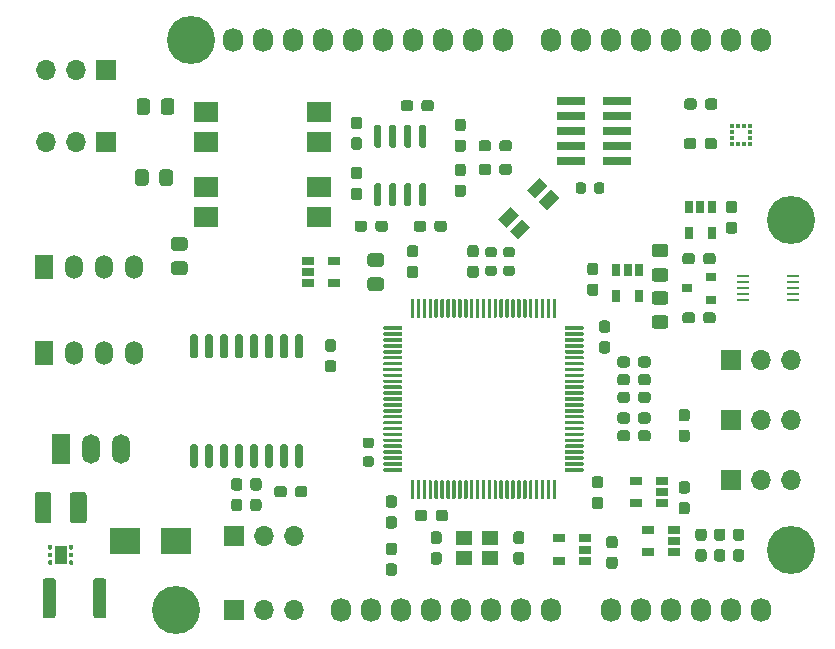
<source format=gbr>
%TF.GenerationSoftware,KiCad,Pcbnew,(5.1.6)-1*%
%TF.CreationDate,2020-11-16T12:45:36+03:00*%
%TF.ProjectId,SensorBoard,53656e73-6f72-4426-9f61-72642e6b6963,rev?*%
%TF.SameCoordinates,Original*%
%TF.FileFunction,Soldermask,Top*%
%TF.FilePolarity,Negative*%
%FSLAX46Y46*%
G04 Gerber Fmt 4.6, Leading zero omitted, Abs format (unit mm)*
G04 Created by KiCad (PCBNEW (5.1.6)-1) date 2020-11-16 12:45:36*
%MOMM*%
%LPD*%
G01*
G04 APERTURE LIST*
%ADD10O,1.700000X1.700000*%
%ADD11R,1.700000X1.700000*%
%ADD12C,0.100000*%
%ADD13R,1.100000X0.250000*%
%ADD14R,1.060000X0.650000*%
%ADD15R,0.650000X1.060000*%
%ADD16R,2.400000X0.740000*%
%ADD17R,1.400000X1.200000*%
%ADD18R,2.000000X1.780000*%
%ADD19R,1.500000X2.000000*%
%ADD20O,1.500000X2.000000*%
%ADD21R,1.000000X1.600000*%
%ADD22R,2.500000X2.300000*%
%ADD23O,1.500000X2.500000*%
%ADD24R,1.500000X2.500000*%
%ADD25R,0.900000X0.800000*%
%ADD26R,0.375000X0.350000*%
%ADD27R,0.350000X0.375000*%
%ADD28O,1.727200X2.032000*%
%ADD29C,4.064000*%
G04 APERTURE END LIST*
%TO.C,R19*%
G36*
G01*
X141506250Y-110150000D02*
X140993750Y-110150000D01*
G75*
G02*
X140775000Y-109931250I0J218750D01*
G01*
X140775000Y-109493750D01*
G75*
G02*
X140993750Y-109275000I218750J0D01*
G01*
X141506250Y-109275000D01*
G75*
G02*
X141725000Y-109493750I0J-218750D01*
G01*
X141725000Y-109931250D01*
G75*
G02*
X141506250Y-110150000I-218750J0D01*
G01*
G37*
G36*
G01*
X141506250Y-111725000D02*
X140993750Y-111725000D01*
G75*
G02*
X140775000Y-111506250I0J218750D01*
G01*
X140775000Y-111068750D01*
G75*
G02*
X140993750Y-110850000I218750J0D01*
G01*
X141506250Y-110850000D01*
G75*
G02*
X141725000Y-111068750I0J-218750D01*
G01*
X141725000Y-111506250D01*
G75*
G02*
X141506250Y-111725000I-218750J0D01*
G01*
G37*
%TD*%
D10*
%TO.C,J8*%
X134955000Y-123875000D03*
X132415000Y-123875000D03*
D11*
X129875000Y-123875000D03*
%TD*%
%TO.C,C27*%
G36*
G01*
X160417500Y-114269000D02*
X160892500Y-114269000D01*
G75*
G02*
X161130000Y-114506500I0J-237500D01*
G01*
X161130000Y-115081500D01*
G75*
G02*
X160892500Y-115319000I-237500J0D01*
G01*
X160417500Y-115319000D01*
G75*
G02*
X160180000Y-115081500I0J237500D01*
G01*
X160180000Y-114506500D01*
G75*
G02*
X160417500Y-114269000I237500J0D01*
G01*
G37*
G36*
G01*
X160417500Y-112519000D02*
X160892500Y-112519000D01*
G75*
G02*
X161130000Y-112756500I0J-237500D01*
G01*
X161130000Y-113331500D01*
G75*
G02*
X160892500Y-113569000I-237500J0D01*
G01*
X160417500Y-113569000D01*
G75*
G02*
X160180000Y-113331500I0J237500D01*
G01*
X160180000Y-112756500D01*
G75*
G02*
X160417500Y-112519000I237500J0D01*
G01*
G37*
%TD*%
%TO.C,R18*%
G36*
G01*
X151381750Y-94711000D02*
X151894250Y-94711000D01*
G75*
G02*
X152113000Y-94929750I0J-218750D01*
G01*
X152113000Y-95367250D01*
G75*
G02*
X151894250Y-95586000I-218750J0D01*
G01*
X151381750Y-95586000D01*
G75*
G02*
X151163000Y-95367250I0J218750D01*
G01*
X151163000Y-94929750D01*
G75*
G02*
X151381750Y-94711000I218750J0D01*
G01*
G37*
G36*
G01*
X151381750Y-93136000D02*
X151894250Y-93136000D01*
G75*
G02*
X152113000Y-93354750I0J-218750D01*
G01*
X152113000Y-93792250D01*
G75*
G02*
X151894250Y-94011000I-218750J0D01*
G01*
X151381750Y-94011000D01*
G75*
G02*
X151163000Y-93792250I0J218750D01*
G01*
X151163000Y-93354750D01*
G75*
G02*
X151381750Y-93136000I218750J0D01*
G01*
G37*
%TD*%
%TO.C,R17*%
G36*
G01*
X152905750Y-94711000D02*
X153418250Y-94711000D01*
G75*
G02*
X153637000Y-94929750I0J-218750D01*
G01*
X153637000Y-95367250D01*
G75*
G02*
X153418250Y-95586000I-218750J0D01*
G01*
X152905750Y-95586000D01*
G75*
G02*
X152687000Y-95367250I0J218750D01*
G01*
X152687000Y-94929750D01*
G75*
G02*
X152905750Y-94711000I218750J0D01*
G01*
G37*
G36*
G01*
X152905750Y-93136000D02*
X153418250Y-93136000D01*
G75*
G02*
X153637000Y-93354750I0J-218750D01*
G01*
X153637000Y-93792250D01*
G75*
G02*
X153418250Y-94011000I-218750J0D01*
G01*
X152905750Y-94011000D01*
G75*
G02*
X152687000Y-93792250I0J218750D01*
G01*
X152687000Y-93354750D01*
G75*
G02*
X152905750Y-93136000I218750J0D01*
G01*
G37*
%TD*%
%TO.C,R16*%
G36*
G01*
X160370000Y-88394250D02*
X160370000Y-87881750D01*
G75*
G02*
X160588750Y-87663000I218750J0D01*
G01*
X161026250Y-87663000D01*
G75*
G02*
X161245000Y-87881750I0J-218750D01*
G01*
X161245000Y-88394250D01*
G75*
G02*
X161026250Y-88613000I-218750J0D01*
G01*
X160588750Y-88613000D01*
G75*
G02*
X160370000Y-88394250I0J218750D01*
G01*
G37*
G36*
G01*
X158795000Y-88394250D02*
X158795000Y-87881750D01*
G75*
G02*
X159013750Y-87663000I218750J0D01*
G01*
X159451250Y-87663000D01*
G75*
G02*
X159670000Y-87881750I0J-218750D01*
G01*
X159670000Y-88394250D01*
G75*
G02*
X159451250Y-88613000I-218750J0D01*
G01*
X159013750Y-88613000D01*
G75*
G02*
X158795000Y-88394250I0J218750D01*
G01*
G37*
%TD*%
D12*
%TO.C,D6*%
G36*
X156741727Y-88244067D02*
G01*
X157448833Y-88951173D01*
X156388173Y-90011833D01*
X155681067Y-89304727D01*
X156741727Y-88244067D01*
G37*
G36*
X155751777Y-87254117D02*
G01*
X156458883Y-87961223D01*
X155398223Y-89021883D01*
X154691117Y-88314777D01*
X155751777Y-87254117D01*
G37*
G36*
X154266853Y-90718941D02*
G01*
X154973959Y-91426047D01*
X153913299Y-92486707D01*
X153206193Y-91779601D01*
X154266853Y-90718941D01*
G37*
G36*
X153276903Y-89728991D02*
G01*
X153984009Y-90436097D01*
X152923349Y-91496757D01*
X152216243Y-90789651D01*
X153276903Y-89728991D01*
G37*
%TD*%
%TO.C,R15*%
G36*
G01*
X131494500Y-114451000D02*
X131969500Y-114451000D01*
G75*
G02*
X132207000Y-114688500I0J-237500D01*
G01*
X132207000Y-115263500D01*
G75*
G02*
X131969500Y-115501000I-237500J0D01*
G01*
X131494500Y-115501000D01*
G75*
G02*
X131257000Y-115263500I0J237500D01*
G01*
X131257000Y-114688500D01*
G75*
G02*
X131494500Y-114451000I237500J0D01*
G01*
G37*
G36*
G01*
X131494500Y-112701000D02*
X131969500Y-112701000D01*
G75*
G02*
X132207000Y-112938500I0J-237500D01*
G01*
X132207000Y-113513500D01*
G75*
G02*
X131969500Y-113751000I-237500J0D01*
G01*
X131494500Y-113751000D01*
G75*
G02*
X131257000Y-113513500I0J237500D01*
G01*
X131257000Y-112938500D01*
G75*
G02*
X131494500Y-112701000I237500J0D01*
G01*
G37*
%TD*%
%TO.C,R1*%
G36*
G01*
X129869500Y-114451000D02*
X130344500Y-114451000D01*
G75*
G02*
X130582000Y-114688500I0J-237500D01*
G01*
X130582000Y-115263500D01*
G75*
G02*
X130344500Y-115501000I-237500J0D01*
G01*
X129869500Y-115501000D01*
G75*
G02*
X129632000Y-115263500I0J237500D01*
G01*
X129632000Y-114688500D01*
G75*
G02*
X129869500Y-114451000I237500J0D01*
G01*
G37*
G36*
G01*
X129869500Y-112701000D02*
X130344500Y-112701000D01*
G75*
G02*
X130582000Y-112938500I0J-237500D01*
G01*
X130582000Y-113513500D01*
G75*
G02*
X130344500Y-113751000I-237500J0D01*
G01*
X129869500Y-113751000D01*
G75*
G02*
X129632000Y-113513500I0J237500D01*
G01*
X129632000Y-112938500D01*
G75*
G02*
X129869500Y-112701000I237500J0D01*
G01*
G37*
%TD*%
D10*
%TO.C,J7*%
X134955000Y-117602000D03*
X132415000Y-117602000D03*
D11*
X129875000Y-117602000D03*
%TD*%
D10*
%TO.C,J6*%
X113920000Y-84250000D03*
X116460000Y-84250000D03*
D11*
X119000000Y-84250000D03*
%TD*%
D10*
%TO.C,J5*%
X113920000Y-78125000D03*
X116460000Y-78125000D03*
D11*
X119000000Y-78125000D03*
%TD*%
%TO.C,L3*%
G36*
G01*
X160012500Y-96225000D02*
X160487500Y-96225000D01*
G75*
G02*
X160725000Y-96462500I0J-237500D01*
G01*
X160725000Y-97037500D01*
G75*
G02*
X160487500Y-97275000I-237500J0D01*
G01*
X160012500Y-97275000D01*
G75*
G02*
X159775000Y-97037500I0J237500D01*
G01*
X159775000Y-96462500D01*
G75*
G02*
X160012500Y-96225000I237500J0D01*
G01*
G37*
G36*
G01*
X160012500Y-94475000D02*
X160487500Y-94475000D01*
G75*
G02*
X160725000Y-94712500I0J-237500D01*
G01*
X160725000Y-95287500D01*
G75*
G02*
X160487500Y-95525000I-237500J0D01*
G01*
X160012500Y-95525000D01*
G75*
G02*
X159775000Y-95287500I0J237500D01*
G01*
X159775000Y-94712500D01*
G75*
G02*
X160012500Y-94475000I237500J0D01*
G01*
G37*
%TD*%
%TO.C,U15*%
G36*
G01*
X144050000Y-112150000D02*
X142600000Y-112150000D01*
G75*
G02*
X142525000Y-112075000I0J75000D01*
G01*
X142525000Y-111925000D01*
G75*
G02*
X142600000Y-111850000I75000J0D01*
G01*
X144050000Y-111850000D01*
G75*
G02*
X144125000Y-111925000I0J-75000D01*
G01*
X144125000Y-112075000D01*
G75*
G02*
X144050000Y-112150000I-75000J0D01*
G01*
G37*
G36*
G01*
X144050000Y-111650000D02*
X142600000Y-111650000D01*
G75*
G02*
X142525000Y-111575000I0J75000D01*
G01*
X142525000Y-111425000D01*
G75*
G02*
X142600000Y-111350000I75000J0D01*
G01*
X144050000Y-111350000D01*
G75*
G02*
X144125000Y-111425000I0J-75000D01*
G01*
X144125000Y-111575000D01*
G75*
G02*
X144050000Y-111650000I-75000J0D01*
G01*
G37*
G36*
G01*
X144050000Y-111150000D02*
X142600000Y-111150000D01*
G75*
G02*
X142525000Y-111075000I0J75000D01*
G01*
X142525000Y-110925000D01*
G75*
G02*
X142600000Y-110850000I75000J0D01*
G01*
X144050000Y-110850000D01*
G75*
G02*
X144125000Y-110925000I0J-75000D01*
G01*
X144125000Y-111075000D01*
G75*
G02*
X144050000Y-111150000I-75000J0D01*
G01*
G37*
G36*
G01*
X144050000Y-110650000D02*
X142600000Y-110650000D01*
G75*
G02*
X142525000Y-110575000I0J75000D01*
G01*
X142525000Y-110425000D01*
G75*
G02*
X142600000Y-110350000I75000J0D01*
G01*
X144050000Y-110350000D01*
G75*
G02*
X144125000Y-110425000I0J-75000D01*
G01*
X144125000Y-110575000D01*
G75*
G02*
X144050000Y-110650000I-75000J0D01*
G01*
G37*
G36*
G01*
X144050000Y-110150000D02*
X142600000Y-110150000D01*
G75*
G02*
X142525000Y-110075000I0J75000D01*
G01*
X142525000Y-109925000D01*
G75*
G02*
X142600000Y-109850000I75000J0D01*
G01*
X144050000Y-109850000D01*
G75*
G02*
X144125000Y-109925000I0J-75000D01*
G01*
X144125000Y-110075000D01*
G75*
G02*
X144050000Y-110150000I-75000J0D01*
G01*
G37*
G36*
G01*
X144050000Y-109650000D02*
X142600000Y-109650000D01*
G75*
G02*
X142525000Y-109575000I0J75000D01*
G01*
X142525000Y-109425000D01*
G75*
G02*
X142600000Y-109350000I75000J0D01*
G01*
X144050000Y-109350000D01*
G75*
G02*
X144125000Y-109425000I0J-75000D01*
G01*
X144125000Y-109575000D01*
G75*
G02*
X144050000Y-109650000I-75000J0D01*
G01*
G37*
G36*
G01*
X144050000Y-109150000D02*
X142600000Y-109150000D01*
G75*
G02*
X142525000Y-109075000I0J75000D01*
G01*
X142525000Y-108925000D01*
G75*
G02*
X142600000Y-108850000I75000J0D01*
G01*
X144050000Y-108850000D01*
G75*
G02*
X144125000Y-108925000I0J-75000D01*
G01*
X144125000Y-109075000D01*
G75*
G02*
X144050000Y-109150000I-75000J0D01*
G01*
G37*
G36*
G01*
X144050000Y-108650000D02*
X142600000Y-108650000D01*
G75*
G02*
X142525000Y-108575000I0J75000D01*
G01*
X142525000Y-108425000D01*
G75*
G02*
X142600000Y-108350000I75000J0D01*
G01*
X144050000Y-108350000D01*
G75*
G02*
X144125000Y-108425000I0J-75000D01*
G01*
X144125000Y-108575000D01*
G75*
G02*
X144050000Y-108650000I-75000J0D01*
G01*
G37*
G36*
G01*
X144050000Y-108150000D02*
X142600000Y-108150000D01*
G75*
G02*
X142525000Y-108075000I0J75000D01*
G01*
X142525000Y-107925000D01*
G75*
G02*
X142600000Y-107850000I75000J0D01*
G01*
X144050000Y-107850000D01*
G75*
G02*
X144125000Y-107925000I0J-75000D01*
G01*
X144125000Y-108075000D01*
G75*
G02*
X144050000Y-108150000I-75000J0D01*
G01*
G37*
G36*
G01*
X144050000Y-107650000D02*
X142600000Y-107650000D01*
G75*
G02*
X142525000Y-107575000I0J75000D01*
G01*
X142525000Y-107425000D01*
G75*
G02*
X142600000Y-107350000I75000J0D01*
G01*
X144050000Y-107350000D01*
G75*
G02*
X144125000Y-107425000I0J-75000D01*
G01*
X144125000Y-107575000D01*
G75*
G02*
X144050000Y-107650000I-75000J0D01*
G01*
G37*
G36*
G01*
X144050000Y-107150000D02*
X142600000Y-107150000D01*
G75*
G02*
X142525000Y-107075000I0J75000D01*
G01*
X142525000Y-106925000D01*
G75*
G02*
X142600000Y-106850000I75000J0D01*
G01*
X144050000Y-106850000D01*
G75*
G02*
X144125000Y-106925000I0J-75000D01*
G01*
X144125000Y-107075000D01*
G75*
G02*
X144050000Y-107150000I-75000J0D01*
G01*
G37*
G36*
G01*
X144050000Y-106650000D02*
X142600000Y-106650000D01*
G75*
G02*
X142525000Y-106575000I0J75000D01*
G01*
X142525000Y-106425000D01*
G75*
G02*
X142600000Y-106350000I75000J0D01*
G01*
X144050000Y-106350000D01*
G75*
G02*
X144125000Y-106425000I0J-75000D01*
G01*
X144125000Y-106575000D01*
G75*
G02*
X144050000Y-106650000I-75000J0D01*
G01*
G37*
G36*
G01*
X144050000Y-106150000D02*
X142600000Y-106150000D01*
G75*
G02*
X142525000Y-106075000I0J75000D01*
G01*
X142525000Y-105925000D01*
G75*
G02*
X142600000Y-105850000I75000J0D01*
G01*
X144050000Y-105850000D01*
G75*
G02*
X144125000Y-105925000I0J-75000D01*
G01*
X144125000Y-106075000D01*
G75*
G02*
X144050000Y-106150000I-75000J0D01*
G01*
G37*
G36*
G01*
X144050000Y-105650000D02*
X142600000Y-105650000D01*
G75*
G02*
X142525000Y-105575000I0J75000D01*
G01*
X142525000Y-105425000D01*
G75*
G02*
X142600000Y-105350000I75000J0D01*
G01*
X144050000Y-105350000D01*
G75*
G02*
X144125000Y-105425000I0J-75000D01*
G01*
X144125000Y-105575000D01*
G75*
G02*
X144050000Y-105650000I-75000J0D01*
G01*
G37*
G36*
G01*
X144050000Y-105150000D02*
X142600000Y-105150000D01*
G75*
G02*
X142525000Y-105075000I0J75000D01*
G01*
X142525000Y-104925000D01*
G75*
G02*
X142600000Y-104850000I75000J0D01*
G01*
X144050000Y-104850000D01*
G75*
G02*
X144125000Y-104925000I0J-75000D01*
G01*
X144125000Y-105075000D01*
G75*
G02*
X144050000Y-105150000I-75000J0D01*
G01*
G37*
G36*
G01*
X144050000Y-104650000D02*
X142600000Y-104650000D01*
G75*
G02*
X142525000Y-104575000I0J75000D01*
G01*
X142525000Y-104425000D01*
G75*
G02*
X142600000Y-104350000I75000J0D01*
G01*
X144050000Y-104350000D01*
G75*
G02*
X144125000Y-104425000I0J-75000D01*
G01*
X144125000Y-104575000D01*
G75*
G02*
X144050000Y-104650000I-75000J0D01*
G01*
G37*
G36*
G01*
X144050000Y-104150000D02*
X142600000Y-104150000D01*
G75*
G02*
X142525000Y-104075000I0J75000D01*
G01*
X142525000Y-103925000D01*
G75*
G02*
X142600000Y-103850000I75000J0D01*
G01*
X144050000Y-103850000D01*
G75*
G02*
X144125000Y-103925000I0J-75000D01*
G01*
X144125000Y-104075000D01*
G75*
G02*
X144050000Y-104150000I-75000J0D01*
G01*
G37*
G36*
G01*
X144050000Y-103650000D02*
X142600000Y-103650000D01*
G75*
G02*
X142525000Y-103575000I0J75000D01*
G01*
X142525000Y-103425000D01*
G75*
G02*
X142600000Y-103350000I75000J0D01*
G01*
X144050000Y-103350000D01*
G75*
G02*
X144125000Y-103425000I0J-75000D01*
G01*
X144125000Y-103575000D01*
G75*
G02*
X144050000Y-103650000I-75000J0D01*
G01*
G37*
G36*
G01*
X144050000Y-103150000D02*
X142600000Y-103150000D01*
G75*
G02*
X142525000Y-103075000I0J75000D01*
G01*
X142525000Y-102925000D01*
G75*
G02*
X142600000Y-102850000I75000J0D01*
G01*
X144050000Y-102850000D01*
G75*
G02*
X144125000Y-102925000I0J-75000D01*
G01*
X144125000Y-103075000D01*
G75*
G02*
X144050000Y-103150000I-75000J0D01*
G01*
G37*
G36*
G01*
X144050000Y-102650000D02*
X142600000Y-102650000D01*
G75*
G02*
X142525000Y-102575000I0J75000D01*
G01*
X142525000Y-102425000D01*
G75*
G02*
X142600000Y-102350000I75000J0D01*
G01*
X144050000Y-102350000D01*
G75*
G02*
X144125000Y-102425000I0J-75000D01*
G01*
X144125000Y-102575000D01*
G75*
G02*
X144050000Y-102650000I-75000J0D01*
G01*
G37*
G36*
G01*
X144050000Y-102150000D02*
X142600000Y-102150000D01*
G75*
G02*
X142525000Y-102075000I0J75000D01*
G01*
X142525000Y-101925000D01*
G75*
G02*
X142600000Y-101850000I75000J0D01*
G01*
X144050000Y-101850000D01*
G75*
G02*
X144125000Y-101925000I0J-75000D01*
G01*
X144125000Y-102075000D01*
G75*
G02*
X144050000Y-102150000I-75000J0D01*
G01*
G37*
G36*
G01*
X144050000Y-101650000D02*
X142600000Y-101650000D01*
G75*
G02*
X142525000Y-101575000I0J75000D01*
G01*
X142525000Y-101425000D01*
G75*
G02*
X142600000Y-101350000I75000J0D01*
G01*
X144050000Y-101350000D01*
G75*
G02*
X144125000Y-101425000I0J-75000D01*
G01*
X144125000Y-101575000D01*
G75*
G02*
X144050000Y-101650000I-75000J0D01*
G01*
G37*
G36*
G01*
X144050000Y-101150000D02*
X142600000Y-101150000D01*
G75*
G02*
X142525000Y-101075000I0J75000D01*
G01*
X142525000Y-100925000D01*
G75*
G02*
X142600000Y-100850000I75000J0D01*
G01*
X144050000Y-100850000D01*
G75*
G02*
X144125000Y-100925000I0J-75000D01*
G01*
X144125000Y-101075000D01*
G75*
G02*
X144050000Y-101150000I-75000J0D01*
G01*
G37*
G36*
G01*
X144050000Y-100650000D02*
X142600000Y-100650000D01*
G75*
G02*
X142525000Y-100575000I0J75000D01*
G01*
X142525000Y-100425000D01*
G75*
G02*
X142600000Y-100350000I75000J0D01*
G01*
X144050000Y-100350000D01*
G75*
G02*
X144125000Y-100425000I0J-75000D01*
G01*
X144125000Y-100575000D01*
G75*
G02*
X144050000Y-100650000I-75000J0D01*
G01*
G37*
G36*
G01*
X144050000Y-100150000D02*
X142600000Y-100150000D01*
G75*
G02*
X142525000Y-100075000I0J75000D01*
G01*
X142525000Y-99925000D01*
G75*
G02*
X142600000Y-99850000I75000J0D01*
G01*
X144050000Y-99850000D01*
G75*
G02*
X144125000Y-99925000I0J-75000D01*
G01*
X144125000Y-100075000D01*
G75*
G02*
X144050000Y-100150000I-75000J0D01*
G01*
G37*
G36*
G01*
X145075000Y-99125000D02*
X144925000Y-99125000D01*
G75*
G02*
X144850000Y-99050000I0J75000D01*
G01*
X144850000Y-97600000D01*
G75*
G02*
X144925000Y-97525000I75000J0D01*
G01*
X145075000Y-97525000D01*
G75*
G02*
X145150000Y-97600000I0J-75000D01*
G01*
X145150000Y-99050000D01*
G75*
G02*
X145075000Y-99125000I-75000J0D01*
G01*
G37*
G36*
G01*
X145575000Y-99125000D02*
X145425000Y-99125000D01*
G75*
G02*
X145350000Y-99050000I0J75000D01*
G01*
X145350000Y-97600000D01*
G75*
G02*
X145425000Y-97525000I75000J0D01*
G01*
X145575000Y-97525000D01*
G75*
G02*
X145650000Y-97600000I0J-75000D01*
G01*
X145650000Y-99050000D01*
G75*
G02*
X145575000Y-99125000I-75000J0D01*
G01*
G37*
G36*
G01*
X146075000Y-99125000D02*
X145925000Y-99125000D01*
G75*
G02*
X145850000Y-99050000I0J75000D01*
G01*
X145850000Y-97600000D01*
G75*
G02*
X145925000Y-97525000I75000J0D01*
G01*
X146075000Y-97525000D01*
G75*
G02*
X146150000Y-97600000I0J-75000D01*
G01*
X146150000Y-99050000D01*
G75*
G02*
X146075000Y-99125000I-75000J0D01*
G01*
G37*
G36*
G01*
X146575000Y-99125000D02*
X146425000Y-99125000D01*
G75*
G02*
X146350000Y-99050000I0J75000D01*
G01*
X146350000Y-97600000D01*
G75*
G02*
X146425000Y-97525000I75000J0D01*
G01*
X146575000Y-97525000D01*
G75*
G02*
X146650000Y-97600000I0J-75000D01*
G01*
X146650000Y-99050000D01*
G75*
G02*
X146575000Y-99125000I-75000J0D01*
G01*
G37*
G36*
G01*
X147075000Y-99125000D02*
X146925000Y-99125000D01*
G75*
G02*
X146850000Y-99050000I0J75000D01*
G01*
X146850000Y-97600000D01*
G75*
G02*
X146925000Y-97525000I75000J0D01*
G01*
X147075000Y-97525000D01*
G75*
G02*
X147150000Y-97600000I0J-75000D01*
G01*
X147150000Y-99050000D01*
G75*
G02*
X147075000Y-99125000I-75000J0D01*
G01*
G37*
G36*
G01*
X147575000Y-99125000D02*
X147425000Y-99125000D01*
G75*
G02*
X147350000Y-99050000I0J75000D01*
G01*
X147350000Y-97600000D01*
G75*
G02*
X147425000Y-97525000I75000J0D01*
G01*
X147575000Y-97525000D01*
G75*
G02*
X147650000Y-97600000I0J-75000D01*
G01*
X147650000Y-99050000D01*
G75*
G02*
X147575000Y-99125000I-75000J0D01*
G01*
G37*
G36*
G01*
X148075000Y-99125000D02*
X147925000Y-99125000D01*
G75*
G02*
X147850000Y-99050000I0J75000D01*
G01*
X147850000Y-97600000D01*
G75*
G02*
X147925000Y-97525000I75000J0D01*
G01*
X148075000Y-97525000D01*
G75*
G02*
X148150000Y-97600000I0J-75000D01*
G01*
X148150000Y-99050000D01*
G75*
G02*
X148075000Y-99125000I-75000J0D01*
G01*
G37*
G36*
G01*
X148575000Y-99125000D02*
X148425000Y-99125000D01*
G75*
G02*
X148350000Y-99050000I0J75000D01*
G01*
X148350000Y-97600000D01*
G75*
G02*
X148425000Y-97525000I75000J0D01*
G01*
X148575000Y-97525000D01*
G75*
G02*
X148650000Y-97600000I0J-75000D01*
G01*
X148650000Y-99050000D01*
G75*
G02*
X148575000Y-99125000I-75000J0D01*
G01*
G37*
G36*
G01*
X149075000Y-99125000D02*
X148925000Y-99125000D01*
G75*
G02*
X148850000Y-99050000I0J75000D01*
G01*
X148850000Y-97600000D01*
G75*
G02*
X148925000Y-97525000I75000J0D01*
G01*
X149075000Y-97525000D01*
G75*
G02*
X149150000Y-97600000I0J-75000D01*
G01*
X149150000Y-99050000D01*
G75*
G02*
X149075000Y-99125000I-75000J0D01*
G01*
G37*
G36*
G01*
X149575000Y-99125000D02*
X149425000Y-99125000D01*
G75*
G02*
X149350000Y-99050000I0J75000D01*
G01*
X149350000Y-97600000D01*
G75*
G02*
X149425000Y-97525000I75000J0D01*
G01*
X149575000Y-97525000D01*
G75*
G02*
X149650000Y-97600000I0J-75000D01*
G01*
X149650000Y-99050000D01*
G75*
G02*
X149575000Y-99125000I-75000J0D01*
G01*
G37*
G36*
G01*
X150075000Y-99125000D02*
X149925000Y-99125000D01*
G75*
G02*
X149850000Y-99050000I0J75000D01*
G01*
X149850000Y-97600000D01*
G75*
G02*
X149925000Y-97525000I75000J0D01*
G01*
X150075000Y-97525000D01*
G75*
G02*
X150150000Y-97600000I0J-75000D01*
G01*
X150150000Y-99050000D01*
G75*
G02*
X150075000Y-99125000I-75000J0D01*
G01*
G37*
G36*
G01*
X150575000Y-99125000D02*
X150425000Y-99125000D01*
G75*
G02*
X150350000Y-99050000I0J75000D01*
G01*
X150350000Y-97600000D01*
G75*
G02*
X150425000Y-97525000I75000J0D01*
G01*
X150575000Y-97525000D01*
G75*
G02*
X150650000Y-97600000I0J-75000D01*
G01*
X150650000Y-99050000D01*
G75*
G02*
X150575000Y-99125000I-75000J0D01*
G01*
G37*
G36*
G01*
X151075000Y-99125000D02*
X150925000Y-99125000D01*
G75*
G02*
X150850000Y-99050000I0J75000D01*
G01*
X150850000Y-97600000D01*
G75*
G02*
X150925000Y-97525000I75000J0D01*
G01*
X151075000Y-97525000D01*
G75*
G02*
X151150000Y-97600000I0J-75000D01*
G01*
X151150000Y-99050000D01*
G75*
G02*
X151075000Y-99125000I-75000J0D01*
G01*
G37*
G36*
G01*
X151575000Y-99125000D02*
X151425000Y-99125000D01*
G75*
G02*
X151350000Y-99050000I0J75000D01*
G01*
X151350000Y-97600000D01*
G75*
G02*
X151425000Y-97525000I75000J0D01*
G01*
X151575000Y-97525000D01*
G75*
G02*
X151650000Y-97600000I0J-75000D01*
G01*
X151650000Y-99050000D01*
G75*
G02*
X151575000Y-99125000I-75000J0D01*
G01*
G37*
G36*
G01*
X152075000Y-99125000D02*
X151925000Y-99125000D01*
G75*
G02*
X151850000Y-99050000I0J75000D01*
G01*
X151850000Y-97600000D01*
G75*
G02*
X151925000Y-97525000I75000J0D01*
G01*
X152075000Y-97525000D01*
G75*
G02*
X152150000Y-97600000I0J-75000D01*
G01*
X152150000Y-99050000D01*
G75*
G02*
X152075000Y-99125000I-75000J0D01*
G01*
G37*
G36*
G01*
X152575000Y-99125000D02*
X152425000Y-99125000D01*
G75*
G02*
X152350000Y-99050000I0J75000D01*
G01*
X152350000Y-97600000D01*
G75*
G02*
X152425000Y-97525000I75000J0D01*
G01*
X152575000Y-97525000D01*
G75*
G02*
X152650000Y-97600000I0J-75000D01*
G01*
X152650000Y-99050000D01*
G75*
G02*
X152575000Y-99125000I-75000J0D01*
G01*
G37*
G36*
G01*
X153075000Y-99125000D02*
X152925000Y-99125000D01*
G75*
G02*
X152850000Y-99050000I0J75000D01*
G01*
X152850000Y-97600000D01*
G75*
G02*
X152925000Y-97525000I75000J0D01*
G01*
X153075000Y-97525000D01*
G75*
G02*
X153150000Y-97600000I0J-75000D01*
G01*
X153150000Y-99050000D01*
G75*
G02*
X153075000Y-99125000I-75000J0D01*
G01*
G37*
G36*
G01*
X153575000Y-99125000D02*
X153425000Y-99125000D01*
G75*
G02*
X153350000Y-99050000I0J75000D01*
G01*
X153350000Y-97600000D01*
G75*
G02*
X153425000Y-97525000I75000J0D01*
G01*
X153575000Y-97525000D01*
G75*
G02*
X153650000Y-97600000I0J-75000D01*
G01*
X153650000Y-99050000D01*
G75*
G02*
X153575000Y-99125000I-75000J0D01*
G01*
G37*
G36*
G01*
X154075000Y-99125000D02*
X153925000Y-99125000D01*
G75*
G02*
X153850000Y-99050000I0J75000D01*
G01*
X153850000Y-97600000D01*
G75*
G02*
X153925000Y-97525000I75000J0D01*
G01*
X154075000Y-97525000D01*
G75*
G02*
X154150000Y-97600000I0J-75000D01*
G01*
X154150000Y-99050000D01*
G75*
G02*
X154075000Y-99125000I-75000J0D01*
G01*
G37*
G36*
G01*
X154575000Y-99125000D02*
X154425000Y-99125000D01*
G75*
G02*
X154350000Y-99050000I0J75000D01*
G01*
X154350000Y-97600000D01*
G75*
G02*
X154425000Y-97525000I75000J0D01*
G01*
X154575000Y-97525000D01*
G75*
G02*
X154650000Y-97600000I0J-75000D01*
G01*
X154650000Y-99050000D01*
G75*
G02*
X154575000Y-99125000I-75000J0D01*
G01*
G37*
G36*
G01*
X155075000Y-99125000D02*
X154925000Y-99125000D01*
G75*
G02*
X154850000Y-99050000I0J75000D01*
G01*
X154850000Y-97600000D01*
G75*
G02*
X154925000Y-97525000I75000J0D01*
G01*
X155075000Y-97525000D01*
G75*
G02*
X155150000Y-97600000I0J-75000D01*
G01*
X155150000Y-99050000D01*
G75*
G02*
X155075000Y-99125000I-75000J0D01*
G01*
G37*
G36*
G01*
X155575000Y-99125000D02*
X155425000Y-99125000D01*
G75*
G02*
X155350000Y-99050000I0J75000D01*
G01*
X155350000Y-97600000D01*
G75*
G02*
X155425000Y-97525000I75000J0D01*
G01*
X155575000Y-97525000D01*
G75*
G02*
X155650000Y-97600000I0J-75000D01*
G01*
X155650000Y-99050000D01*
G75*
G02*
X155575000Y-99125000I-75000J0D01*
G01*
G37*
G36*
G01*
X156075000Y-99125000D02*
X155925000Y-99125000D01*
G75*
G02*
X155850000Y-99050000I0J75000D01*
G01*
X155850000Y-97600000D01*
G75*
G02*
X155925000Y-97525000I75000J0D01*
G01*
X156075000Y-97525000D01*
G75*
G02*
X156150000Y-97600000I0J-75000D01*
G01*
X156150000Y-99050000D01*
G75*
G02*
X156075000Y-99125000I-75000J0D01*
G01*
G37*
G36*
G01*
X156575000Y-99125000D02*
X156425000Y-99125000D01*
G75*
G02*
X156350000Y-99050000I0J75000D01*
G01*
X156350000Y-97600000D01*
G75*
G02*
X156425000Y-97525000I75000J0D01*
G01*
X156575000Y-97525000D01*
G75*
G02*
X156650000Y-97600000I0J-75000D01*
G01*
X156650000Y-99050000D01*
G75*
G02*
X156575000Y-99125000I-75000J0D01*
G01*
G37*
G36*
G01*
X157075000Y-99125000D02*
X156925000Y-99125000D01*
G75*
G02*
X156850000Y-99050000I0J75000D01*
G01*
X156850000Y-97600000D01*
G75*
G02*
X156925000Y-97525000I75000J0D01*
G01*
X157075000Y-97525000D01*
G75*
G02*
X157150000Y-97600000I0J-75000D01*
G01*
X157150000Y-99050000D01*
G75*
G02*
X157075000Y-99125000I-75000J0D01*
G01*
G37*
G36*
G01*
X159400000Y-100150000D02*
X157950000Y-100150000D01*
G75*
G02*
X157875000Y-100075000I0J75000D01*
G01*
X157875000Y-99925000D01*
G75*
G02*
X157950000Y-99850000I75000J0D01*
G01*
X159400000Y-99850000D01*
G75*
G02*
X159475000Y-99925000I0J-75000D01*
G01*
X159475000Y-100075000D01*
G75*
G02*
X159400000Y-100150000I-75000J0D01*
G01*
G37*
G36*
G01*
X159400000Y-100650000D02*
X157950000Y-100650000D01*
G75*
G02*
X157875000Y-100575000I0J75000D01*
G01*
X157875000Y-100425000D01*
G75*
G02*
X157950000Y-100350000I75000J0D01*
G01*
X159400000Y-100350000D01*
G75*
G02*
X159475000Y-100425000I0J-75000D01*
G01*
X159475000Y-100575000D01*
G75*
G02*
X159400000Y-100650000I-75000J0D01*
G01*
G37*
G36*
G01*
X159400000Y-101150000D02*
X157950000Y-101150000D01*
G75*
G02*
X157875000Y-101075000I0J75000D01*
G01*
X157875000Y-100925000D01*
G75*
G02*
X157950000Y-100850000I75000J0D01*
G01*
X159400000Y-100850000D01*
G75*
G02*
X159475000Y-100925000I0J-75000D01*
G01*
X159475000Y-101075000D01*
G75*
G02*
X159400000Y-101150000I-75000J0D01*
G01*
G37*
G36*
G01*
X159400000Y-101650000D02*
X157950000Y-101650000D01*
G75*
G02*
X157875000Y-101575000I0J75000D01*
G01*
X157875000Y-101425000D01*
G75*
G02*
X157950000Y-101350000I75000J0D01*
G01*
X159400000Y-101350000D01*
G75*
G02*
X159475000Y-101425000I0J-75000D01*
G01*
X159475000Y-101575000D01*
G75*
G02*
X159400000Y-101650000I-75000J0D01*
G01*
G37*
G36*
G01*
X159400000Y-102150000D02*
X157950000Y-102150000D01*
G75*
G02*
X157875000Y-102075000I0J75000D01*
G01*
X157875000Y-101925000D01*
G75*
G02*
X157950000Y-101850000I75000J0D01*
G01*
X159400000Y-101850000D01*
G75*
G02*
X159475000Y-101925000I0J-75000D01*
G01*
X159475000Y-102075000D01*
G75*
G02*
X159400000Y-102150000I-75000J0D01*
G01*
G37*
G36*
G01*
X159400000Y-102650000D02*
X157950000Y-102650000D01*
G75*
G02*
X157875000Y-102575000I0J75000D01*
G01*
X157875000Y-102425000D01*
G75*
G02*
X157950000Y-102350000I75000J0D01*
G01*
X159400000Y-102350000D01*
G75*
G02*
X159475000Y-102425000I0J-75000D01*
G01*
X159475000Y-102575000D01*
G75*
G02*
X159400000Y-102650000I-75000J0D01*
G01*
G37*
G36*
G01*
X159400000Y-103150000D02*
X157950000Y-103150000D01*
G75*
G02*
X157875000Y-103075000I0J75000D01*
G01*
X157875000Y-102925000D01*
G75*
G02*
X157950000Y-102850000I75000J0D01*
G01*
X159400000Y-102850000D01*
G75*
G02*
X159475000Y-102925000I0J-75000D01*
G01*
X159475000Y-103075000D01*
G75*
G02*
X159400000Y-103150000I-75000J0D01*
G01*
G37*
G36*
G01*
X159400000Y-103650000D02*
X157950000Y-103650000D01*
G75*
G02*
X157875000Y-103575000I0J75000D01*
G01*
X157875000Y-103425000D01*
G75*
G02*
X157950000Y-103350000I75000J0D01*
G01*
X159400000Y-103350000D01*
G75*
G02*
X159475000Y-103425000I0J-75000D01*
G01*
X159475000Y-103575000D01*
G75*
G02*
X159400000Y-103650000I-75000J0D01*
G01*
G37*
G36*
G01*
X159400000Y-104150000D02*
X157950000Y-104150000D01*
G75*
G02*
X157875000Y-104075000I0J75000D01*
G01*
X157875000Y-103925000D01*
G75*
G02*
X157950000Y-103850000I75000J0D01*
G01*
X159400000Y-103850000D01*
G75*
G02*
X159475000Y-103925000I0J-75000D01*
G01*
X159475000Y-104075000D01*
G75*
G02*
X159400000Y-104150000I-75000J0D01*
G01*
G37*
G36*
G01*
X159400000Y-104650000D02*
X157950000Y-104650000D01*
G75*
G02*
X157875000Y-104575000I0J75000D01*
G01*
X157875000Y-104425000D01*
G75*
G02*
X157950000Y-104350000I75000J0D01*
G01*
X159400000Y-104350000D01*
G75*
G02*
X159475000Y-104425000I0J-75000D01*
G01*
X159475000Y-104575000D01*
G75*
G02*
X159400000Y-104650000I-75000J0D01*
G01*
G37*
G36*
G01*
X159400000Y-105150000D02*
X157950000Y-105150000D01*
G75*
G02*
X157875000Y-105075000I0J75000D01*
G01*
X157875000Y-104925000D01*
G75*
G02*
X157950000Y-104850000I75000J0D01*
G01*
X159400000Y-104850000D01*
G75*
G02*
X159475000Y-104925000I0J-75000D01*
G01*
X159475000Y-105075000D01*
G75*
G02*
X159400000Y-105150000I-75000J0D01*
G01*
G37*
G36*
G01*
X159400000Y-105650000D02*
X157950000Y-105650000D01*
G75*
G02*
X157875000Y-105575000I0J75000D01*
G01*
X157875000Y-105425000D01*
G75*
G02*
X157950000Y-105350000I75000J0D01*
G01*
X159400000Y-105350000D01*
G75*
G02*
X159475000Y-105425000I0J-75000D01*
G01*
X159475000Y-105575000D01*
G75*
G02*
X159400000Y-105650000I-75000J0D01*
G01*
G37*
G36*
G01*
X159400000Y-106150000D02*
X157950000Y-106150000D01*
G75*
G02*
X157875000Y-106075000I0J75000D01*
G01*
X157875000Y-105925000D01*
G75*
G02*
X157950000Y-105850000I75000J0D01*
G01*
X159400000Y-105850000D01*
G75*
G02*
X159475000Y-105925000I0J-75000D01*
G01*
X159475000Y-106075000D01*
G75*
G02*
X159400000Y-106150000I-75000J0D01*
G01*
G37*
G36*
G01*
X159400000Y-106650000D02*
X157950000Y-106650000D01*
G75*
G02*
X157875000Y-106575000I0J75000D01*
G01*
X157875000Y-106425000D01*
G75*
G02*
X157950000Y-106350000I75000J0D01*
G01*
X159400000Y-106350000D01*
G75*
G02*
X159475000Y-106425000I0J-75000D01*
G01*
X159475000Y-106575000D01*
G75*
G02*
X159400000Y-106650000I-75000J0D01*
G01*
G37*
G36*
G01*
X159400000Y-107150000D02*
X157950000Y-107150000D01*
G75*
G02*
X157875000Y-107075000I0J75000D01*
G01*
X157875000Y-106925000D01*
G75*
G02*
X157950000Y-106850000I75000J0D01*
G01*
X159400000Y-106850000D01*
G75*
G02*
X159475000Y-106925000I0J-75000D01*
G01*
X159475000Y-107075000D01*
G75*
G02*
X159400000Y-107150000I-75000J0D01*
G01*
G37*
G36*
G01*
X159400000Y-107650000D02*
X157950000Y-107650000D01*
G75*
G02*
X157875000Y-107575000I0J75000D01*
G01*
X157875000Y-107425000D01*
G75*
G02*
X157950000Y-107350000I75000J0D01*
G01*
X159400000Y-107350000D01*
G75*
G02*
X159475000Y-107425000I0J-75000D01*
G01*
X159475000Y-107575000D01*
G75*
G02*
X159400000Y-107650000I-75000J0D01*
G01*
G37*
G36*
G01*
X159400000Y-108150000D02*
X157950000Y-108150000D01*
G75*
G02*
X157875000Y-108075000I0J75000D01*
G01*
X157875000Y-107925000D01*
G75*
G02*
X157950000Y-107850000I75000J0D01*
G01*
X159400000Y-107850000D01*
G75*
G02*
X159475000Y-107925000I0J-75000D01*
G01*
X159475000Y-108075000D01*
G75*
G02*
X159400000Y-108150000I-75000J0D01*
G01*
G37*
G36*
G01*
X159400000Y-108650000D02*
X157950000Y-108650000D01*
G75*
G02*
X157875000Y-108575000I0J75000D01*
G01*
X157875000Y-108425000D01*
G75*
G02*
X157950000Y-108350000I75000J0D01*
G01*
X159400000Y-108350000D01*
G75*
G02*
X159475000Y-108425000I0J-75000D01*
G01*
X159475000Y-108575000D01*
G75*
G02*
X159400000Y-108650000I-75000J0D01*
G01*
G37*
G36*
G01*
X159400000Y-109150000D02*
X157950000Y-109150000D01*
G75*
G02*
X157875000Y-109075000I0J75000D01*
G01*
X157875000Y-108925000D01*
G75*
G02*
X157950000Y-108850000I75000J0D01*
G01*
X159400000Y-108850000D01*
G75*
G02*
X159475000Y-108925000I0J-75000D01*
G01*
X159475000Y-109075000D01*
G75*
G02*
X159400000Y-109150000I-75000J0D01*
G01*
G37*
G36*
G01*
X159400000Y-109650000D02*
X157950000Y-109650000D01*
G75*
G02*
X157875000Y-109575000I0J75000D01*
G01*
X157875000Y-109425000D01*
G75*
G02*
X157950000Y-109350000I75000J0D01*
G01*
X159400000Y-109350000D01*
G75*
G02*
X159475000Y-109425000I0J-75000D01*
G01*
X159475000Y-109575000D01*
G75*
G02*
X159400000Y-109650000I-75000J0D01*
G01*
G37*
G36*
G01*
X159400000Y-110150000D02*
X157950000Y-110150000D01*
G75*
G02*
X157875000Y-110075000I0J75000D01*
G01*
X157875000Y-109925000D01*
G75*
G02*
X157950000Y-109850000I75000J0D01*
G01*
X159400000Y-109850000D01*
G75*
G02*
X159475000Y-109925000I0J-75000D01*
G01*
X159475000Y-110075000D01*
G75*
G02*
X159400000Y-110150000I-75000J0D01*
G01*
G37*
G36*
G01*
X159400000Y-110650000D02*
X157950000Y-110650000D01*
G75*
G02*
X157875000Y-110575000I0J75000D01*
G01*
X157875000Y-110425000D01*
G75*
G02*
X157950000Y-110350000I75000J0D01*
G01*
X159400000Y-110350000D01*
G75*
G02*
X159475000Y-110425000I0J-75000D01*
G01*
X159475000Y-110575000D01*
G75*
G02*
X159400000Y-110650000I-75000J0D01*
G01*
G37*
G36*
G01*
X159400000Y-111150000D02*
X157950000Y-111150000D01*
G75*
G02*
X157875000Y-111075000I0J75000D01*
G01*
X157875000Y-110925000D01*
G75*
G02*
X157950000Y-110850000I75000J0D01*
G01*
X159400000Y-110850000D01*
G75*
G02*
X159475000Y-110925000I0J-75000D01*
G01*
X159475000Y-111075000D01*
G75*
G02*
X159400000Y-111150000I-75000J0D01*
G01*
G37*
G36*
G01*
X159400000Y-111650000D02*
X157950000Y-111650000D01*
G75*
G02*
X157875000Y-111575000I0J75000D01*
G01*
X157875000Y-111425000D01*
G75*
G02*
X157950000Y-111350000I75000J0D01*
G01*
X159400000Y-111350000D01*
G75*
G02*
X159475000Y-111425000I0J-75000D01*
G01*
X159475000Y-111575000D01*
G75*
G02*
X159400000Y-111650000I-75000J0D01*
G01*
G37*
G36*
G01*
X159400000Y-112150000D02*
X157950000Y-112150000D01*
G75*
G02*
X157875000Y-112075000I0J75000D01*
G01*
X157875000Y-111925000D01*
G75*
G02*
X157950000Y-111850000I75000J0D01*
G01*
X159400000Y-111850000D01*
G75*
G02*
X159475000Y-111925000I0J-75000D01*
G01*
X159475000Y-112075000D01*
G75*
G02*
X159400000Y-112150000I-75000J0D01*
G01*
G37*
G36*
G01*
X157075000Y-114475000D02*
X156925000Y-114475000D01*
G75*
G02*
X156850000Y-114400000I0J75000D01*
G01*
X156850000Y-112950000D01*
G75*
G02*
X156925000Y-112875000I75000J0D01*
G01*
X157075000Y-112875000D01*
G75*
G02*
X157150000Y-112950000I0J-75000D01*
G01*
X157150000Y-114400000D01*
G75*
G02*
X157075000Y-114475000I-75000J0D01*
G01*
G37*
G36*
G01*
X156575000Y-114475000D02*
X156425000Y-114475000D01*
G75*
G02*
X156350000Y-114400000I0J75000D01*
G01*
X156350000Y-112950000D01*
G75*
G02*
X156425000Y-112875000I75000J0D01*
G01*
X156575000Y-112875000D01*
G75*
G02*
X156650000Y-112950000I0J-75000D01*
G01*
X156650000Y-114400000D01*
G75*
G02*
X156575000Y-114475000I-75000J0D01*
G01*
G37*
G36*
G01*
X156075000Y-114475000D02*
X155925000Y-114475000D01*
G75*
G02*
X155850000Y-114400000I0J75000D01*
G01*
X155850000Y-112950000D01*
G75*
G02*
X155925000Y-112875000I75000J0D01*
G01*
X156075000Y-112875000D01*
G75*
G02*
X156150000Y-112950000I0J-75000D01*
G01*
X156150000Y-114400000D01*
G75*
G02*
X156075000Y-114475000I-75000J0D01*
G01*
G37*
G36*
G01*
X155575000Y-114475000D02*
X155425000Y-114475000D01*
G75*
G02*
X155350000Y-114400000I0J75000D01*
G01*
X155350000Y-112950000D01*
G75*
G02*
X155425000Y-112875000I75000J0D01*
G01*
X155575000Y-112875000D01*
G75*
G02*
X155650000Y-112950000I0J-75000D01*
G01*
X155650000Y-114400000D01*
G75*
G02*
X155575000Y-114475000I-75000J0D01*
G01*
G37*
G36*
G01*
X155075000Y-114475000D02*
X154925000Y-114475000D01*
G75*
G02*
X154850000Y-114400000I0J75000D01*
G01*
X154850000Y-112950000D01*
G75*
G02*
X154925000Y-112875000I75000J0D01*
G01*
X155075000Y-112875000D01*
G75*
G02*
X155150000Y-112950000I0J-75000D01*
G01*
X155150000Y-114400000D01*
G75*
G02*
X155075000Y-114475000I-75000J0D01*
G01*
G37*
G36*
G01*
X154575000Y-114475000D02*
X154425000Y-114475000D01*
G75*
G02*
X154350000Y-114400000I0J75000D01*
G01*
X154350000Y-112950000D01*
G75*
G02*
X154425000Y-112875000I75000J0D01*
G01*
X154575000Y-112875000D01*
G75*
G02*
X154650000Y-112950000I0J-75000D01*
G01*
X154650000Y-114400000D01*
G75*
G02*
X154575000Y-114475000I-75000J0D01*
G01*
G37*
G36*
G01*
X154075000Y-114475000D02*
X153925000Y-114475000D01*
G75*
G02*
X153850000Y-114400000I0J75000D01*
G01*
X153850000Y-112950000D01*
G75*
G02*
X153925000Y-112875000I75000J0D01*
G01*
X154075000Y-112875000D01*
G75*
G02*
X154150000Y-112950000I0J-75000D01*
G01*
X154150000Y-114400000D01*
G75*
G02*
X154075000Y-114475000I-75000J0D01*
G01*
G37*
G36*
G01*
X153575000Y-114475000D02*
X153425000Y-114475000D01*
G75*
G02*
X153350000Y-114400000I0J75000D01*
G01*
X153350000Y-112950000D01*
G75*
G02*
X153425000Y-112875000I75000J0D01*
G01*
X153575000Y-112875000D01*
G75*
G02*
X153650000Y-112950000I0J-75000D01*
G01*
X153650000Y-114400000D01*
G75*
G02*
X153575000Y-114475000I-75000J0D01*
G01*
G37*
G36*
G01*
X153075000Y-114475000D02*
X152925000Y-114475000D01*
G75*
G02*
X152850000Y-114400000I0J75000D01*
G01*
X152850000Y-112950000D01*
G75*
G02*
X152925000Y-112875000I75000J0D01*
G01*
X153075000Y-112875000D01*
G75*
G02*
X153150000Y-112950000I0J-75000D01*
G01*
X153150000Y-114400000D01*
G75*
G02*
X153075000Y-114475000I-75000J0D01*
G01*
G37*
G36*
G01*
X152575000Y-114475000D02*
X152425000Y-114475000D01*
G75*
G02*
X152350000Y-114400000I0J75000D01*
G01*
X152350000Y-112950000D01*
G75*
G02*
X152425000Y-112875000I75000J0D01*
G01*
X152575000Y-112875000D01*
G75*
G02*
X152650000Y-112950000I0J-75000D01*
G01*
X152650000Y-114400000D01*
G75*
G02*
X152575000Y-114475000I-75000J0D01*
G01*
G37*
G36*
G01*
X152075000Y-114475000D02*
X151925000Y-114475000D01*
G75*
G02*
X151850000Y-114400000I0J75000D01*
G01*
X151850000Y-112950000D01*
G75*
G02*
X151925000Y-112875000I75000J0D01*
G01*
X152075000Y-112875000D01*
G75*
G02*
X152150000Y-112950000I0J-75000D01*
G01*
X152150000Y-114400000D01*
G75*
G02*
X152075000Y-114475000I-75000J0D01*
G01*
G37*
G36*
G01*
X151575000Y-114475000D02*
X151425000Y-114475000D01*
G75*
G02*
X151350000Y-114400000I0J75000D01*
G01*
X151350000Y-112950000D01*
G75*
G02*
X151425000Y-112875000I75000J0D01*
G01*
X151575000Y-112875000D01*
G75*
G02*
X151650000Y-112950000I0J-75000D01*
G01*
X151650000Y-114400000D01*
G75*
G02*
X151575000Y-114475000I-75000J0D01*
G01*
G37*
G36*
G01*
X151075000Y-114475000D02*
X150925000Y-114475000D01*
G75*
G02*
X150850000Y-114400000I0J75000D01*
G01*
X150850000Y-112950000D01*
G75*
G02*
X150925000Y-112875000I75000J0D01*
G01*
X151075000Y-112875000D01*
G75*
G02*
X151150000Y-112950000I0J-75000D01*
G01*
X151150000Y-114400000D01*
G75*
G02*
X151075000Y-114475000I-75000J0D01*
G01*
G37*
G36*
G01*
X150575000Y-114475000D02*
X150425000Y-114475000D01*
G75*
G02*
X150350000Y-114400000I0J75000D01*
G01*
X150350000Y-112950000D01*
G75*
G02*
X150425000Y-112875000I75000J0D01*
G01*
X150575000Y-112875000D01*
G75*
G02*
X150650000Y-112950000I0J-75000D01*
G01*
X150650000Y-114400000D01*
G75*
G02*
X150575000Y-114475000I-75000J0D01*
G01*
G37*
G36*
G01*
X150075000Y-114475000D02*
X149925000Y-114475000D01*
G75*
G02*
X149850000Y-114400000I0J75000D01*
G01*
X149850000Y-112950000D01*
G75*
G02*
X149925000Y-112875000I75000J0D01*
G01*
X150075000Y-112875000D01*
G75*
G02*
X150150000Y-112950000I0J-75000D01*
G01*
X150150000Y-114400000D01*
G75*
G02*
X150075000Y-114475000I-75000J0D01*
G01*
G37*
G36*
G01*
X149575000Y-114475000D02*
X149425000Y-114475000D01*
G75*
G02*
X149350000Y-114400000I0J75000D01*
G01*
X149350000Y-112950000D01*
G75*
G02*
X149425000Y-112875000I75000J0D01*
G01*
X149575000Y-112875000D01*
G75*
G02*
X149650000Y-112950000I0J-75000D01*
G01*
X149650000Y-114400000D01*
G75*
G02*
X149575000Y-114475000I-75000J0D01*
G01*
G37*
G36*
G01*
X149075000Y-114475000D02*
X148925000Y-114475000D01*
G75*
G02*
X148850000Y-114400000I0J75000D01*
G01*
X148850000Y-112950000D01*
G75*
G02*
X148925000Y-112875000I75000J0D01*
G01*
X149075000Y-112875000D01*
G75*
G02*
X149150000Y-112950000I0J-75000D01*
G01*
X149150000Y-114400000D01*
G75*
G02*
X149075000Y-114475000I-75000J0D01*
G01*
G37*
G36*
G01*
X148575000Y-114475000D02*
X148425000Y-114475000D01*
G75*
G02*
X148350000Y-114400000I0J75000D01*
G01*
X148350000Y-112950000D01*
G75*
G02*
X148425000Y-112875000I75000J0D01*
G01*
X148575000Y-112875000D01*
G75*
G02*
X148650000Y-112950000I0J-75000D01*
G01*
X148650000Y-114400000D01*
G75*
G02*
X148575000Y-114475000I-75000J0D01*
G01*
G37*
G36*
G01*
X148075000Y-114475000D02*
X147925000Y-114475000D01*
G75*
G02*
X147850000Y-114400000I0J75000D01*
G01*
X147850000Y-112950000D01*
G75*
G02*
X147925000Y-112875000I75000J0D01*
G01*
X148075000Y-112875000D01*
G75*
G02*
X148150000Y-112950000I0J-75000D01*
G01*
X148150000Y-114400000D01*
G75*
G02*
X148075000Y-114475000I-75000J0D01*
G01*
G37*
G36*
G01*
X147575000Y-114475000D02*
X147425000Y-114475000D01*
G75*
G02*
X147350000Y-114400000I0J75000D01*
G01*
X147350000Y-112950000D01*
G75*
G02*
X147425000Y-112875000I75000J0D01*
G01*
X147575000Y-112875000D01*
G75*
G02*
X147650000Y-112950000I0J-75000D01*
G01*
X147650000Y-114400000D01*
G75*
G02*
X147575000Y-114475000I-75000J0D01*
G01*
G37*
G36*
G01*
X147075000Y-114475000D02*
X146925000Y-114475000D01*
G75*
G02*
X146850000Y-114400000I0J75000D01*
G01*
X146850000Y-112950000D01*
G75*
G02*
X146925000Y-112875000I75000J0D01*
G01*
X147075000Y-112875000D01*
G75*
G02*
X147150000Y-112950000I0J-75000D01*
G01*
X147150000Y-114400000D01*
G75*
G02*
X147075000Y-114475000I-75000J0D01*
G01*
G37*
G36*
G01*
X146575000Y-114475000D02*
X146425000Y-114475000D01*
G75*
G02*
X146350000Y-114400000I0J75000D01*
G01*
X146350000Y-112950000D01*
G75*
G02*
X146425000Y-112875000I75000J0D01*
G01*
X146575000Y-112875000D01*
G75*
G02*
X146650000Y-112950000I0J-75000D01*
G01*
X146650000Y-114400000D01*
G75*
G02*
X146575000Y-114475000I-75000J0D01*
G01*
G37*
G36*
G01*
X146075000Y-114475000D02*
X145925000Y-114475000D01*
G75*
G02*
X145850000Y-114400000I0J75000D01*
G01*
X145850000Y-112950000D01*
G75*
G02*
X145925000Y-112875000I75000J0D01*
G01*
X146075000Y-112875000D01*
G75*
G02*
X146150000Y-112950000I0J-75000D01*
G01*
X146150000Y-114400000D01*
G75*
G02*
X146075000Y-114475000I-75000J0D01*
G01*
G37*
G36*
G01*
X145575000Y-114475000D02*
X145425000Y-114475000D01*
G75*
G02*
X145350000Y-114400000I0J75000D01*
G01*
X145350000Y-112950000D01*
G75*
G02*
X145425000Y-112875000I75000J0D01*
G01*
X145575000Y-112875000D01*
G75*
G02*
X145650000Y-112950000I0J-75000D01*
G01*
X145650000Y-114400000D01*
G75*
G02*
X145575000Y-114475000I-75000J0D01*
G01*
G37*
G36*
G01*
X145075000Y-114475000D02*
X144925000Y-114475000D01*
G75*
G02*
X144850000Y-114400000I0J75000D01*
G01*
X144850000Y-112950000D01*
G75*
G02*
X144925000Y-112875000I75000J0D01*
G01*
X145075000Y-112875000D01*
G75*
G02*
X145150000Y-112950000I0J-75000D01*
G01*
X145150000Y-114400000D01*
G75*
G02*
X145075000Y-114475000I-75000J0D01*
G01*
G37*
%TD*%
%TO.C,C19*%
G36*
G01*
X143435500Y-119215000D02*
X142960500Y-119215000D01*
G75*
G02*
X142723000Y-118977500I0J237500D01*
G01*
X142723000Y-118402500D01*
G75*
G02*
X142960500Y-118165000I237500J0D01*
G01*
X143435500Y-118165000D01*
G75*
G02*
X143673000Y-118402500I0J-237500D01*
G01*
X143673000Y-118977500D01*
G75*
G02*
X143435500Y-119215000I-237500J0D01*
G01*
G37*
G36*
G01*
X143435500Y-120965000D02*
X142960500Y-120965000D01*
G75*
G02*
X142723000Y-120727500I0J237500D01*
G01*
X142723000Y-120152500D01*
G75*
G02*
X142960500Y-119915000I237500J0D01*
G01*
X143435500Y-119915000D01*
G75*
G02*
X143673000Y-120152500I0J-237500D01*
G01*
X143673000Y-120727500D01*
G75*
G02*
X143435500Y-120965000I-237500J0D01*
G01*
G37*
%TD*%
%TO.C,C26*%
G36*
G01*
X142960500Y-115915000D02*
X143435500Y-115915000D01*
G75*
G02*
X143673000Y-116152500I0J-237500D01*
G01*
X143673000Y-116727500D01*
G75*
G02*
X143435500Y-116965000I-237500J0D01*
G01*
X142960500Y-116965000D01*
G75*
G02*
X142723000Y-116727500I0J237500D01*
G01*
X142723000Y-116152500D01*
G75*
G02*
X142960500Y-115915000I237500J0D01*
G01*
G37*
G36*
G01*
X142960500Y-114165000D02*
X143435500Y-114165000D01*
G75*
G02*
X143673000Y-114402500I0J-237500D01*
G01*
X143673000Y-114977500D01*
G75*
G02*
X143435500Y-115215000I-237500J0D01*
G01*
X142960500Y-115215000D01*
G75*
G02*
X142723000Y-114977500I0J237500D01*
G01*
X142723000Y-114402500D01*
G75*
G02*
X142960500Y-114165000I237500J0D01*
G01*
G37*
%TD*%
%TO.C,C25*%
G36*
G01*
X161012500Y-101100000D02*
X161487500Y-101100000D01*
G75*
G02*
X161725000Y-101337500I0J-237500D01*
G01*
X161725000Y-101912500D01*
G75*
G02*
X161487500Y-102150000I-237500J0D01*
G01*
X161012500Y-102150000D01*
G75*
G02*
X160775000Y-101912500I0J237500D01*
G01*
X160775000Y-101337500D01*
G75*
G02*
X161012500Y-101100000I237500J0D01*
G01*
G37*
G36*
G01*
X161012500Y-99350000D02*
X161487500Y-99350000D01*
G75*
G02*
X161725000Y-99587500I0J-237500D01*
G01*
X161725000Y-100162500D01*
G75*
G02*
X161487500Y-100400000I-237500J0D01*
G01*
X161012500Y-100400000D01*
G75*
G02*
X160775000Y-100162500I0J237500D01*
G01*
X160775000Y-99587500D01*
G75*
G02*
X161012500Y-99350000I237500J0D01*
G01*
G37*
%TD*%
%TO.C,C24*%
G36*
G01*
X150351500Y-94011000D02*
X149876500Y-94011000D01*
G75*
G02*
X149639000Y-93773500I0J237500D01*
G01*
X149639000Y-93198500D01*
G75*
G02*
X149876500Y-92961000I237500J0D01*
G01*
X150351500Y-92961000D01*
G75*
G02*
X150589000Y-93198500I0J-237500D01*
G01*
X150589000Y-93773500D01*
G75*
G02*
X150351500Y-94011000I-237500J0D01*
G01*
G37*
G36*
G01*
X150351500Y-95761000D02*
X149876500Y-95761000D01*
G75*
G02*
X149639000Y-95523500I0J237500D01*
G01*
X149639000Y-94948500D01*
G75*
G02*
X149876500Y-94711000I237500J0D01*
G01*
X150351500Y-94711000D01*
G75*
G02*
X150589000Y-94948500I0J-237500D01*
G01*
X150589000Y-95523500D01*
G75*
G02*
X150351500Y-95761000I-237500J0D01*
G01*
G37*
%TD*%
%TO.C,C23*%
G36*
G01*
X145235500Y-94015000D02*
X144760500Y-94015000D01*
G75*
G02*
X144523000Y-93777500I0J237500D01*
G01*
X144523000Y-93202500D01*
G75*
G02*
X144760500Y-92965000I237500J0D01*
G01*
X145235500Y-92965000D01*
G75*
G02*
X145473000Y-93202500I0J-237500D01*
G01*
X145473000Y-93777500D01*
G75*
G02*
X145235500Y-94015000I-237500J0D01*
G01*
G37*
G36*
G01*
X145235500Y-95765000D02*
X144760500Y-95765000D01*
G75*
G02*
X144523000Y-95527500I0J237500D01*
G01*
X144523000Y-94952500D01*
G75*
G02*
X144760500Y-94715000I237500J0D01*
G01*
X145235500Y-94715000D01*
G75*
G02*
X145473000Y-94952500I0J-237500D01*
G01*
X145473000Y-95527500D01*
G75*
G02*
X145235500Y-95765000I-237500J0D01*
G01*
G37*
%TD*%
%TO.C,C22*%
G36*
G01*
X146248000Y-115627500D02*
X146248000Y-116102500D01*
G75*
G02*
X146010500Y-116340000I-237500J0D01*
G01*
X145435500Y-116340000D01*
G75*
G02*
X145198000Y-116102500I0J237500D01*
G01*
X145198000Y-115627500D01*
G75*
G02*
X145435500Y-115390000I237500J0D01*
G01*
X146010500Y-115390000D01*
G75*
G02*
X146248000Y-115627500I0J-237500D01*
G01*
G37*
G36*
G01*
X147998000Y-115627500D02*
X147998000Y-116102500D01*
G75*
G02*
X147760500Y-116340000I-237500J0D01*
G01*
X147185500Y-116340000D01*
G75*
G02*
X146948000Y-116102500I0J237500D01*
G01*
X146948000Y-115627500D01*
G75*
G02*
X147185500Y-115390000I237500J0D01*
G01*
X147760500Y-115390000D01*
G75*
G02*
X147998000Y-115627500I0J-237500D01*
G01*
G37*
%TD*%
%TO.C,C20*%
G36*
G01*
X164098000Y-106102500D02*
X164098000Y-105627500D01*
G75*
G02*
X164335500Y-105390000I237500J0D01*
G01*
X164910500Y-105390000D01*
G75*
G02*
X165148000Y-105627500I0J-237500D01*
G01*
X165148000Y-106102500D01*
G75*
G02*
X164910500Y-106340000I-237500J0D01*
G01*
X164335500Y-106340000D01*
G75*
G02*
X164098000Y-106102500I0J237500D01*
G01*
G37*
G36*
G01*
X162348000Y-106102500D02*
X162348000Y-105627500D01*
G75*
G02*
X162585500Y-105390000I237500J0D01*
G01*
X163160500Y-105390000D01*
G75*
G02*
X163398000Y-105627500I0J-237500D01*
G01*
X163398000Y-106102500D01*
G75*
G02*
X163160500Y-106340000I-237500J0D01*
G01*
X162585500Y-106340000D01*
G75*
G02*
X162348000Y-106102500I0J237500D01*
G01*
G37*
%TD*%
%TO.C,C17*%
G36*
G01*
X164098000Y-107852500D02*
X164098000Y-107377500D01*
G75*
G02*
X164335500Y-107140000I237500J0D01*
G01*
X164910500Y-107140000D01*
G75*
G02*
X165148000Y-107377500I0J-237500D01*
G01*
X165148000Y-107852500D01*
G75*
G02*
X164910500Y-108090000I-237500J0D01*
G01*
X164335500Y-108090000D01*
G75*
G02*
X164098000Y-107852500I0J237500D01*
G01*
G37*
G36*
G01*
X162348000Y-107852500D02*
X162348000Y-107377500D01*
G75*
G02*
X162585500Y-107140000I237500J0D01*
G01*
X163160500Y-107140000D01*
G75*
G02*
X163398000Y-107377500I0J-237500D01*
G01*
X163398000Y-107852500D01*
G75*
G02*
X163160500Y-108090000I-237500J0D01*
G01*
X162585500Y-108090000D01*
G75*
G02*
X162348000Y-107852500I0J237500D01*
G01*
G37*
%TD*%
D13*
%TO.C,U11*%
X177248000Y-95615000D03*
X177248000Y-96115000D03*
X177248000Y-96615000D03*
X177248000Y-97115000D03*
X177248000Y-97615000D03*
X172948000Y-97615000D03*
X172948000Y-97115000D03*
X172948000Y-96615000D03*
X172948000Y-96115000D03*
X172948000Y-95615000D03*
%TD*%
D14*
%TO.C,U19*%
X163898000Y-114815000D03*
X163898000Y-112915000D03*
X166098000Y-112915000D03*
X166098000Y-113865000D03*
X166098000Y-114815000D03*
%TD*%
%TO.C,U18*%
X157400000Y-119700000D03*
X157400000Y-117800000D03*
X159600000Y-117800000D03*
X159600000Y-118750000D03*
X159600000Y-119700000D03*
%TD*%
%TO.C,U17*%
X164898000Y-118950000D03*
X164898000Y-117050000D03*
X167098000Y-117050000D03*
X167098000Y-118000000D03*
X167098000Y-118950000D03*
%TD*%
D15*
%TO.C,U16*%
X170325000Y-91975000D03*
X168425000Y-91975000D03*
X168425000Y-89775000D03*
X169375000Y-89775000D03*
X170325000Y-89775000D03*
%TD*%
D16*
%TO.C,J4*%
X158448000Y-80772000D03*
X162348000Y-80772000D03*
X158448000Y-82042000D03*
X162348000Y-82042000D03*
X158448000Y-83312000D03*
X162348000Y-83312000D03*
X158448000Y-84582000D03*
X162348000Y-84582000D03*
X158448000Y-85852000D03*
X162348000Y-85852000D03*
%TD*%
D17*
%TO.C,Y1*%
X149348000Y-117765000D03*
X151548000Y-117765000D03*
X151548000Y-119465000D03*
X149348000Y-119465000D03*
%TD*%
%TO.C,L2*%
G36*
G01*
X164098000Y-103102500D02*
X164098000Y-102627500D01*
G75*
G02*
X164335500Y-102390000I237500J0D01*
G01*
X164910500Y-102390000D01*
G75*
G02*
X165148000Y-102627500I0J-237500D01*
G01*
X165148000Y-103102500D01*
G75*
G02*
X164910500Y-103340000I-237500J0D01*
G01*
X164335500Y-103340000D01*
G75*
G02*
X164098000Y-103102500I0J237500D01*
G01*
G37*
G36*
G01*
X162348000Y-103102500D02*
X162348000Y-102627500D01*
G75*
G02*
X162585500Y-102390000I237500J0D01*
G01*
X163160500Y-102390000D01*
G75*
G02*
X163398000Y-102627500I0J-237500D01*
G01*
X163398000Y-103102500D01*
G75*
G02*
X163160500Y-103340000I-237500J0D01*
G01*
X162585500Y-103340000D01*
G75*
G02*
X162348000Y-103102500I0J237500D01*
G01*
G37*
%TD*%
%TO.C,L1*%
G36*
G01*
X171762500Y-90975000D02*
X172237500Y-90975000D01*
G75*
G02*
X172475000Y-91212500I0J-237500D01*
G01*
X172475000Y-91787500D01*
G75*
G02*
X172237500Y-92025000I-237500J0D01*
G01*
X171762500Y-92025000D01*
G75*
G02*
X171525000Y-91787500I0J237500D01*
G01*
X171525000Y-91212500D01*
G75*
G02*
X171762500Y-90975000I237500J0D01*
G01*
G37*
G36*
G01*
X171762500Y-89225000D02*
X172237500Y-89225000D01*
G75*
G02*
X172475000Y-89462500I0J-237500D01*
G01*
X172475000Y-90037500D01*
G75*
G02*
X172237500Y-90275000I-237500J0D01*
G01*
X171762500Y-90275000D01*
G75*
G02*
X171525000Y-90037500I0J237500D01*
G01*
X171525000Y-89462500D01*
G75*
G02*
X171762500Y-89225000I237500J0D01*
G01*
G37*
%TD*%
%TO.C,C28*%
G36*
G01*
X141424999Y-95700000D02*
X142325001Y-95700000D01*
G75*
G02*
X142575000Y-95949999I0J-249999D01*
G01*
X142575000Y-96600001D01*
G75*
G02*
X142325001Y-96850000I-249999J0D01*
G01*
X141424999Y-96850000D01*
G75*
G02*
X141175000Y-96600001I0J249999D01*
G01*
X141175000Y-95949999D01*
G75*
G02*
X141424999Y-95700000I249999J0D01*
G01*
G37*
G36*
G01*
X141424999Y-93650000D02*
X142325001Y-93650000D01*
G75*
G02*
X142575000Y-93899999I0J-249999D01*
G01*
X142575000Y-94550001D01*
G75*
G02*
X142325001Y-94800000I-249999J0D01*
G01*
X141424999Y-94800000D01*
G75*
G02*
X141175000Y-94550001I0J249999D01*
G01*
X141175000Y-93899999D01*
G75*
G02*
X141424999Y-93650000I249999J0D01*
G01*
G37*
%TD*%
%TO.C,C21*%
G36*
G01*
X164098000Y-104602500D02*
X164098000Y-104127500D01*
G75*
G02*
X164335500Y-103890000I237500J0D01*
G01*
X164910500Y-103890000D01*
G75*
G02*
X165148000Y-104127500I0J-237500D01*
G01*
X165148000Y-104602500D01*
G75*
G02*
X164910500Y-104840000I-237500J0D01*
G01*
X164335500Y-104840000D01*
G75*
G02*
X164098000Y-104602500I0J237500D01*
G01*
G37*
G36*
G01*
X162348000Y-104602500D02*
X162348000Y-104127500D01*
G75*
G02*
X162585500Y-103890000I237500J0D01*
G01*
X163160500Y-103890000D01*
G75*
G02*
X163398000Y-104127500I0J-237500D01*
G01*
X163398000Y-104602500D01*
G75*
G02*
X163160500Y-104840000I-237500J0D01*
G01*
X162585500Y-104840000D01*
G75*
G02*
X162348000Y-104602500I0J237500D01*
G01*
G37*
%TD*%
%TO.C,C18*%
G36*
G01*
X164098000Y-109352500D02*
X164098000Y-108877500D01*
G75*
G02*
X164335500Y-108640000I237500J0D01*
G01*
X164910500Y-108640000D01*
G75*
G02*
X165148000Y-108877500I0J-237500D01*
G01*
X165148000Y-109352500D01*
G75*
G02*
X164910500Y-109590000I-237500J0D01*
G01*
X164335500Y-109590000D01*
G75*
G02*
X164098000Y-109352500I0J237500D01*
G01*
G37*
G36*
G01*
X162348000Y-109352500D02*
X162348000Y-108877500D01*
G75*
G02*
X162585500Y-108640000I237500J0D01*
G01*
X163160500Y-108640000D01*
G75*
G02*
X163398000Y-108877500I0J-237500D01*
G01*
X163398000Y-109352500D01*
G75*
G02*
X163160500Y-109590000I-237500J0D01*
G01*
X162585500Y-109590000D01*
G75*
G02*
X162348000Y-109352500I0J237500D01*
G01*
G37*
%TD*%
%TO.C,C16*%
G36*
G01*
X154235500Y-118265000D02*
X153760500Y-118265000D01*
G75*
G02*
X153523000Y-118027500I0J237500D01*
G01*
X153523000Y-117452500D01*
G75*
G02*
X153760500Y-117215000I237500J0D01*
G01*
X154235500Y-117215000D01*
G75*
G02*
X154473000Y-117452500I0J-237500D01*
G01*
X154473000Y-118027500D01*
G75*
G02*
X154235500Y-118265000I-237500J0D01*
G01*
G37*
G36*
G01*
X154235500Y-120015000D02*
X153760500Y-120015000D01*
G75*
G02*
X153523000Y-119777500I0J237500D01*
G01*
X153523000Y-119202500D01*
G75*
G02*
X153760500Y-118965000I237500J0D01*
G01*
X154235500Y-118965000D01*
G75*
G02*
X154473000Y-119202500I0J-237500D01*
G01*
X154473000Y-119777500D01*
G75*
G02*
X154235500Y-120015000I-237500J0D01*
G01*
G37*
%TD*%
%TO.C,C15*%
G36*
G01*
X146760500Y-118965000D02*
X147235500Y-118965000D01*
G75*
G02*
X147473000Y-119202500I0J-237500D01*
G01*
X147473000Y-119777500D01*
G75*
G02*
X147235500Y-120015000I-237500J0D01*
G01*
X146760500Y-120015000D01*
G75*
G02*
X146523000Y-119777500I0J237500D01*
G01*
X146523000Y-119202500D01*
G75*
G02*
X146760500Y-118965000I237500J0D01*
G01*
G37*
G36*
G01*
X146760500Y-117215000D02*
X147235500Y-117215000D01*
G75*
G02*
X147473000Y-117452500I0J-237500D01*
G01*
X147473000Y-118027500D01*
G75*
G02*
X147235500Y-118265000I-237500J0D01*
G01*
X146760500Y-118265000D01*
G75*
G02*
X146523000Y-118027500I0J237500D01*
G01*
X146523000Y-117452500D01*
G75*
G02*
X146760500Y-117215000I237500J0D01*
G01*
G37*
%TD*%
D10*
%TO.C,J3*%
X177038000Y-102735000D03*
X174498000Y-102735000D03*
D11*
X171958000Y-102735000D03*
%TD*%
D10*
%TO.C,J2*%
X177038000Y-107815000D03*
X174498000Y-107815000D03*
D11*
X171958000Y-107815000D03*
%TD*%
D10*
%TO.C,J1*%
X177038000Y-112895000D03*
X174498000Y-112895000D03*
D11*
X171958000Y-112895000D03*
%TD*%
D18*
%TO.C,U14*%
X137063000Y-88015000D03*
X127533000Y-90555000D03*
X137063000Y-90555000D03*
X127533000Y-88015000D03*
%TD*%
%TO.C,U13*%
X137063000Y-81665000D03*
X127533000Y-84205000D03*
X137063000Y-84205000D03*
X127533000Y-81665000D03*
%TD*%
%TO.C,U12*%
G36*
G01*
X135232000Y-109797000D02*
X135532000Y-109797000D01*
G75*
G02*
X135682000Y-109947000I0J-150000D01*
G01*
X135682000Y-111697000D01*
G75*
G02*
X135532000Y-111847000I-150000J0D01*
G01*
X135232000Y-111847000D01*
G75*
G02*
X135082000Y-111697000I0J150000D01*
G01*
X135082000Y-109947000D01*
G75*
G02*
X135232000Y-109797000I150000J0D01*
G01*
G37*
G36*
G01*
X133962000Y-109797000D02*
X134262000Y-109797000D01*
G75*
G02*
X134412000Y-109947000I0J-150000D01*
G01*
X134412000Y-111697000D01*
G75*
G02*
X134262000Y-111847000I-150000J0D01*
G01*
X133962000Y-111847000D01*
G75*
G02*
X133812000Y-111697000I0J150000D01*
G01*
X133812000Y-109947000D01*
G75*
G02*
X133962000Y-109797000I150000J0D01*
G01*
G37*
G36*
G01*
X132692000Y-109797000D02*
X132992000Y-109797000D01*
G75*
G02*
X133142000Y-109947000I0J-150000D01*
G01*
X133142000Y-111697000D01*
G75*
G02*
X132992000Y-111847000I-150000J0D01*
G01*
X132692000Y-111847000D01*
G75*
G02*
X132542000Y-111697000I0J150000D01*
G01*
X132542000Y-109947000D01*
G75*
G02*
X132692000Y-109797000I150000J0D01*
G01*
G37*
G36*
G01*
X131422000Y-109797000D02*
X131722000Y-109797000D01*
G75*
G02*
X131872000Y-109947000I0J-150000D01*
G01*
X131872000Y-111697000D01*
G75*
G02*
X131722000Y-111847000I-150000J0D01*
G01*
X131422000Y-111847000D01*
G75*
G02*
X131272000Y-111697000I0J150000D01*
G01*
X131272000Y-109947000D01*
G75*
G02*
X131422000Y-109797000I150000J0D01*
G01*
G37*
G36*
G01*
X130152000Y-109797000D02*
X130452000Y-109797000D01*
G75*
G02*
X130602000Y-109947000I0J-150000D01*
G01*
X130602000Y-111697000D01*
G75*
G02*
X130452000Y-111847000I-150000J0D01*
G01*
X130152000Y-111847000D01*
G75*
G02*
X130002000Y-111697000I0J150000D01*
G01*
X130002000Y-109947000D01*
G75*
G02*
X130152000Y-109797000I150000J0D01*
G01*
G37*
G36*
G01*
X128882000Y-109797000D02*
X129182000Y-109797000D01*
G75*
G02*
X129332000Y-109947000I0J-150000D01*
G01*
X129332000Y-111697000D01*
G75*
G02*
X129182000Y-111847000I-150000J0D01*
G01*
X128882000Y-111847000D01*
G75*
G02*
X128732000Y-111697000I0J150000D01*
G01*
X128732000Y-109947000D01*
G75*
G02*
X128882000Y-109797000I150000J0D01*
G01*
G37*
G36*
G01*
X127612000Y-109797000D02*
X127912000Y-109797000D01*
G75*
G02*
X128062000Y-109947000I0J-150000D01*
G01*
X128062000Y-111697000D01*
G75*
G02*
X127912000Y-111847000I-150000J0D01*
G01*
X127612000Y-111847000D01*
G75*
G02*
X127462000Y-111697000I0J150000D01*
G01*
X127462000Y-109947000D01*
G75*
G02*
X127612000Y-109797000I150000J0D01*
G01*
G37*
G36*
G01*
X126342000Y-109797000D02*
X126642000Y-109797000D01*
G75*
G02*
X126792000Y-109947000I0J-150000D01*
G01*
X126792000Y-111697000D01*
G75*
G02*
X126642000Y-111847000I-150000J0D01*
G01*
X126342000Y-111847000D01*
G75*
G02*
X126192000Y-111697000I0J150000D01*
G01*
X126192000Y-109947000D01*
G75*
G02*
X126342000Y-109797000I150000J0D01*
G01*
G37*
G36*
G01*
X126342000Y-100497000D02*
X126642000Y-100497000D01*
G75*
G02*
X126792000Y-100647000I0J-150000D01*
G01*
X126792000Y-102397000D01*
G75*
G02*
X126642000Y-102547000I-150000J0D01*
G01*
X126342000Y-102547000D01*
G75*
G02*
X126192000Y-102397000I0J150000D01*
G01*
X126192000Y-100647000D01*
G75*
G02*
X126342000Y-100497000I150000J0D01*
G01*
G37*
G36*
G01*
X127612000Y-100497000D02*
X127912000Y-100497000D01*
G75*
G02*
X128062000Y-100647000I0J-150000D01*
G01*
X128062000Y-102397000D01*
G75*
G02*
X127912000Y-102547000I-150000J0D01*
G01*
X127612000Y-102547000D01*
G75*
G02*
X127462000Y-102397000I0J150000D01*
G01*
X127462000Y-100647000D01*
G75*
G02*
X127612000Y-100497000I150000J0D01*
G01*
G37*
G36*
G01*
X128882000Y-100497000D02*
X129182000Y-100497000D01*
G75*
G02*
X129332000Y-100647000I0J-150000D01*
G01*
X129332000Y-102397000D01*
G75*
G02*
X129182000Y-102547000I-150000J0D01*
G01*
X128882000Y-102547000D01*
G75*
G02*
X128732000Y-102397000I0J150000D01*
G01*
X128732000Y-100647000D01*
G75*
G02*
X128882000Y-100497000I150000J0D01*
G01*
G37*
G36*
G01*
X130152000Y-100497000D02*
X130452000Y-100497000D01*
G75*
G02*
X130602000Y-100647000I0J-150000D01*
G01*
X130602000Y-102397000D01*
G75*
G02*
X130452000Y-102547000I-150000J0D01*
G01*
X130152000Y-102547000D01*
G75*
G02*
X130002000Y-102397000I0J150000D01*
G01*
X130002000Y-100647000D01*
G75*
G02*
X130152000Y-100497000I150000J0D01*
G01*
G37*
G36*
G01*
X131422000Y-100497000D02*
X131722000Y-100497000D01*
G75*
G02*
X131872000Y-100647000I0J-150000D01*
G01*
X131872000Y-102397000D01*
G75*
G02*
X131722000Y-102547000I-150000J0D01*
G01*
X131422000Y-102547000D01*
G75*
G02*
X131272000Y-102397000I0J150000D01*
G01*
X131272000Y-100647000D01*
G75*
G02*
X131422000Y-100497000I150000J0D01*
G01*
G37*
G36*
G01*
X132692000Y-100497000D02*
X132992000Y-100497000D01*
G75*
G02*
X133142000Y-100647000I0J-150000D01*
G01*
X133142000Y-102397000D01*
G75*
G02*
X132992000Y-102547000I-150000J0D01*
G01*
X132692000Y-102547000D01*
G75*
G02*
X132542000Y-102397000I0J150000D01*
G01*
X132542000Y-100647000D01*
G75*
G02*
X132692000Y-100497000I150000J0D01*
G01*
G37*
G36*
G01*
X133962000Y-100497000D02*
X134262000Y-100497000D01*
G75*
G02*
X134412000Y-100647000I0J-150000D01*
G01*
X134412000Y-102397000D01*
G75*
G02*
X134262000Y-102547000I-150000J0D01*
G01*
X133962000Y-102547000D01*
G75*
G02*
X133812000Y-102397000I0J150000D01*
G01*
X133812000Y-100647000D01*
G75*
G02*
X133962000Y-100497000I150000J0D01*
G01*
G37*
G36*
G01*
X135232000Y-100497000D02*
X135532000Y-100497000D01*
G75*
G02*
X135682000Y-100647000I0J-150000D01*
G01*
X135682000Y-102397000D01*
G75*
G02*
X135532000Y-102547000I-150000J0D01*
G01*
X135232000Y-102547000D01*
G75*
G02*
X135082000Y-102397000I0J150000D01*
G01*
X135082000Y-100647000D01*
G75*
G02*
X135232000Y-100497000I150000J0D01*
G01*
G37*
%TD*%
D19*
%TO.C,U10*%
X113788000Y-102085000D03*
D20*
X116328000Y-102085000D03*
X118868000Y-102085000D03*
X121408000Y-102085000D03*
%TD*%
D19*
%TO.C,U9*%
X113788000Y-94865000D03*
D20*
X116328000Y-94865000D03*
X118868000Y-94865000D03*
X121408000Y-94865000D03*
%TD*%
D21*
%TO.C,U8*%
X115200000Y-119200000D03*
G36*
G01*
X114500000Y-119743750D02*
X114500000Y-119956250D01*
G75*
G02*
X114406250Y-120050000I-93750J0D01*
G01*
X114218750Y-120050000D01*
G75*
G02*
X114125000Y-119956250I0J93750D01*
G01*
X114125000Y-119743750D01*
G75*
G02*
X114218750Y-119650000I93750J0D01*
G01*
X114406250Y-119650000D01*
G75*
G02*
X114500000Y-119743750I0J-93750D01*
G01*
G37*
G36*
G01*
X114500000Y-119093750D02*
X114500000Y-119306250D01*
G75*
G02*
X114406250Y-119400000I-93750J0D01*
G01*
X114218750Y-119400000D01*
G75*
G02*
X114125000Y-119306250I0J93750D01*
G01*
X114125000Y-119093750D01*
G75*
G02*
X114218750Y-119000000I93750J0D01*
G01*
X114406250Y-119000000D01*
G75*
G02*
X114500000Y-119093750I0J-93750D01*
G01*
G37*
G36*
G01*
X114500000Y-118443750D02*
X114500000Y-118656250D01*
G75*
G02*
X114406250Y-118750000I-93750J0D01*
G01*
X114218750Y-118750000D01*
G75*
G02*
X114125000Y-118656250I0J93750D01*
G01*
X114125000Y-118443750D01*
G75*
G02*
X114218750Y-118350000I93750J0D01*
G01*
X114406250Y-118350000D01*
G75*
G02*
X114500000Y-118443750I0J-93750D01*
G01*
G37*
G36*
G01*
X116275000Y-118443750D02*
X116275000Y-118656250D01*
G75*
G02*
X116181250Y-118750000I-93750J0D01*
G01*
X115993750Y-118750000D01*
G75*
G02*
X115900000Y-118656250I0J93750D01*
G01*
X115900000Y-118443750D01*
G75*
G02*
X115993750Y-118350000I93750J0D01*
G01*
X116181250Y-118350000D01*
G75*
G02*
X116275000Y-118443750I0J-93750D01*
G01*
G37*
G36*
G01*
X116275000Y-119093750D02*
X116275000Y-119306250D01*
G75*
G02*
X116181250Y-119400000I-93750J0D01*
G01*
X115993750Y-119400000D01*
G75*
G02*
X115900000Y-119306250I0J93750D01*
G01*
X115900000Y-119093750D01*
G75*
G02*
X115993750Y-119000000I93750J0D01*
G01*
X116181250Y-119000000D01*
G75*
G02*
X116275000Y-119093750I0J-93750D01*
G01*
G37*
G36*
G01*
X116275000Y-119743750D02*
X116275000Y-119956250D01*
G75*
G02*
X116181250Y-120050000I-93750J0D01*
G01*
X115993750Y-120050000D01*
G75*
G02*
X115900000Y-119956250I0J93750D01*
G01*
X115900000Y-119743750D01*
G75*
G02*
X115993750Y-119650000I93750J0D01*
G01*
X116181250Y-119650000D01*
G75*
G02*
X116275000Y-119743750I0J-93750D01*
G01*
G37*
%TD*%
D15*
%TO.C,U7*%
X164148000Y-97315000D03*
X162248000Y-97315000D03*
X162248000Y-95115000D03*
X163198000Y-95115000D03*
X164148000Y-95115000D03*
%TD*%
D14*
%TO.C,U1*%
X138350000Y-94300000D03*
X138350000Y-96200000D03*
X136150000Y-96200000D03*
X136150000Y-95250000D03*
X136150000Y-94300000D03*
%TD*%
%TO.C,R14*%
G36*
G01*
X149275500Y-83335000D02*
X148800500Y-83335000D01*
G75*
G02*
X148563000Y-83097500I0J237500D01*
G01*
X148563000Y-82522500D01*
G75*
G02*
X148800500Y-82285000I237500J0D01*
G01*
X149275500Y-82285000D01*
G75*
G02*
X149513000Y-82522500I0J-237500D01*
G01*
X149513000Y-83097500D01*
G75*
G02*
X149275500Y-83335000I-237500J0D01*
G01*
G37*
G36*
G01*
X149275500Y-85085000D02*
X148800500Y-85085000D01*
G75*
G02*
X148563000Y-84847500I0J237500D01*
G01*
X148563000Y-84272500D01*
G75*
G02*
X148800500Y-84035000I237500J0D01*
G01*
X149275500Y-84035000D01*
G75*
G02*
X149513000Y-84272500I0J-237500D01*
G01*
X149513000Y-84847500D01*
G75*
G02*
X149275500Y-85085000I-237500J0D01*
G01*
G37*
%TD*%
%TO.C,R13*%
G36*
G01*
X148800500Y-87845000D02*
X149275500Y-87845000D01*
G75*
G02*
X149513000Y-88082500I0J-237500D01*
G01*
X149513000Y-88657500D01*
G75*
G02*
X149275500Y-88895000I-237500J0D01*
G01*
X148800500Y-88895000D01*
G75*
G02*
X148563000Y-88657500I0J237500D01*
G01*
X148563000Y-88082500D01*
G75*
G02*
X148800500Y-87845000I237500J0D01*
G01*
G37*
G36*
G01*
X148800500Y-86095000D02*
X149275500Y-86095000D01*
G75*
G02*
X149513000Y-86332500I0J-237500D01*
G01*
X149513000Y-86907500D01*
G75*
G02*
X149275500Y-87145000I-237500J0D01*
G01*
X148800500Y-87145000D01*
G75*
G02*
X148563000Y-86907500I0J237500D01*
G01*
X148563000Y-86332500D01*
G75*
G02*
X148800500Y-86095000I237500J0D01*
G01*
G37*
%TD*%
%TO.C,R12*%
G36*
G01*
X140012500Y-83850000D02*
X140487500Y-83850000D01*
G75*
G02*
X140725000Y-84087500I0J-237500D01*
G01*
X140725000Y-84662500D01*
G75*
G02*
X140487500Y-84900000I-237500J0D01*
G01*
X140012500Y-84900000D01*
G75*
G02*
X139775000Y-84662500I0J237500D01*
G01*
X139775000Y-84087500D01*
G75*
G02*
X140012500Y-83850000I237500J0D01*
G01*
G37*
G36*
G01*
X140012500Y-82100000D02*
X140487500Y-82100000D01*
G75*
G02*
X140725000Y-82337500I0J-237500D01*
G01*
X140725000Y-82912500D01*
G75*
G02*
X140487500Y-83150000I-237500J0D01*
G01*
X140012500Y-83150000D01*
G75*
G02*
X139775000Y-82912500I0J237500D01*
G01*
X139775000Y-82337500D01*
G75*
G02*
X140012500Y-82100000I237500J0D01*
G01*
G37*
%TD*%
%TO.C,R11*%
G36*
G01*
X151648000Y-84327500D02*
X151648000Y-84802500D01*
G75*
G02*
X151410500Y-85040000I-237500J0D01*
G01*
X150835500Y-85040000D01*
G75*
G02*
X150598000Y-84802500I0J237500D01*
G01*
X150598000Y-84327500D01*
G75*
G02*
X150835500Y-84090000I237500J0D01*
G01*
X151410500Y-84090000D01*
G75*
G02*
X151648000Y-84327500I0J-237500D01*
G01*
G37*
G36*
G01*
X153398000Y-84327500D02*
X153398000Y-84802500D01*
G75*
G02*
X153160500Y-85040000I-237500J0D01*
G01*
X152585500Y-85040000D01*
G75*
G02*
X152348000Y-84802500I0J237500D01*
G01*
X152348000Y-84327500D01*
G75*
G02*
X152585500Y-84090000I237500J0D01*
G01*
X153160500Y-84090000D01*
G75*
G02*
X153398000Y-84327500I0J-237500D01*
G01*
G37*
%TD*%
%TO.C,R10*%
G36*
G01*
X140487500Y-87400000D02*
X140012500Y-87400000D01*
G75*
G02*
X139775000Y-87162500I0J237500D01*
G01*
X139775000Y-86587500D01*
G75*
G02*
X140012500Y-86350000I237500J0D01*
G01*
X140487500Y-86350000D01*
G75*
G02*
X140725000Y-86587500I0J-237500D01*
G01*
X140725000Y-87162500D01*
G75*
G02*
X140487500Y-87400000I-237500J0D01*
G01*
G37*
G36*
G01*
X140487500Y-89150000D02*
X140012500Y-89150000D01*
G75*
G02*
X139775000Y-88912500I0J237500D01*
G01*
X139775000Y-88337500D01*
G75*
G02*
X140012500Y-88100000I237500J0D01*
G01*
X140487500Y-88100000D01*
G75*
G02*
X140725000Y-88337500I0J-237500D01*
G01*
X140725000Y-88912500D01*
G75*
G02*
X140487500Y-89150000I-237500J0D01*
G01*
G37*
%TD*%
%TO.C,R9*%
G36*
G01*
X151648000Y-86327500D02*
X151648000Y-86802500D01*
G75*
G02*
X151410500Y-87040000I-237500J0D01*
G01*
X150835500Y-87040000D01*
G75*
G02*
X150598000Y-86802500I0J237500D01*
G01*
X150598000Y-86327500D01*
G75*
G02*
X150835500Y-86090000I237500J0D01*
G01*
X151410500Y-86090000D01*
G75*
G02*
X151648000Y-86327500I0J-237500D01*
G01*
G37*
G36*
G01*
X153398000Y-86327500D02*
X153398000Y-86802500D01*
G75*
G02*
X153160500Y-87040000I-237500J0D01*
G01*
X152585500Y-87040000D01*
G75*
G02*
X152348000Y-86802500I0J237500D01*
G01*
X152348000Y-86327500D01*
G75*
G02*
X152585500Y-86090000I237500J0D01*
G01*
X153160500Y-86090000D01*
G75*
G02*
X153398000Y-86327500I0J-237500D01*
G01*
G37*
%TD*%
%TO.C,R8*%
G36*
G01*
X141850000Y-91602500D02*
X141850000Y-91127500D01*
G75*
G02*
X142087500Y-90890000I237500J0D01*
G01*
X142662500Y-90890000D01*
G75*
G02*
X142900000Y-91127500I0J-237500D01*
G01*
X142900000Y-91602500D01*
G75*
G02*
X142662500Y-91840000I-237500J0D01*
G01*
X142087500Y-91840000D01*
G75*
G02*
X141850000Y-91602500I0J237500D01*
G01*
G37*
G36*
G01*
X140100000Y-91602500D02*
X140100000Y-91127500D01*
G75*
G02*
X140337500Y-90890000I237500J0D01*
G01*
X140912500Y-90890000D01*
G75*
G02*
X141150000Y-91127500I0J-237500D01*
G01*
X141150000Y-91602500D01*
G75*
G02*
X140912500Y-91840000I-237500J0D01*
G01*
X140337500Y-91840000D01*
G75*
G02*
X140100000Y-91602500I0J237500D01*
G01*
G37*
%TD*%
%TO.C,R7*%
G36*
G01*
X145048000Y-80927500D02*
X145048000Y-81402500D01*
G75*
G02*
X144810500Y-81640000I-237500J0D01*
G01*
X144235500Y-81640000D01*
G75*
G02*
X143998000Y-81402500I0J237500D01*
G01*
X143998000Y-80927500D01*
G75*
G02*
X144235500Y-80690000I237500J0D01*
G01*
X144810500Y-80690000D01*
G75*
G02*
X145048000Y-80927500I0J-237500D01*
G01*
G37*
G36*
G01*
X146798000Y-80927500D02*
X146798000Y-81402500D01*
G75*
G02*
X146560500Y-81640000I-237500J0D01*
G01*
X145985500Y-81640000D01*
G75*
G02*
X145748000Y-81402500I0J237500D01*
G01*
X145748000Y-80927500D01*
G75*
G02*
X145985500Y-80690000I237500J0D01*
G01*
X146560500Y-80690000D01*
G75*
G02*
X146798000Y-80927500I0J-237500D01*
G01*
G37*
%TD*%
%TO.C,R6*%
G36*
G01*
X123550000Y-87700001D02*
X123550000Y-86799999D01*
G75*
G02*
X123799999Y-86550000I249999J0D01*
G01*
X124450001Y-86550000D01*
G75*
G02*
X124700000Y-86799999I0J-249999D01*
G01*
X124700000Y-87700001D01*
G75*
G02*
X124450001Y-87950000I-249999J0D01*
G01*
X123799999Y-87950000D01*
G75*
G02*
X123550000Y-87700001I0J249999D01*
G01*
G37*
G36*
G01*
X121500000Y-87700001D02*
X121500000Y-86799999D01*
G75*
G02*
X121749999Y-86550000I249999J0D01*
G01*
X122400001Y-86550000D01*
G75*
G02*
X122650000Y-86799999I0J-249999D01*
G01*
X122650000Y-87700001D01*
G75*
G02*
X122400001Y-87950000I-249999J0D01*
G01*
X121749999Y-87950000D01*
G75*
G02*
X121500000Y-87700001I0J249999D01*
G01*
G37*
%TD*%
%TO.C,R5*%
G36*
G01*
X123675000Y-81700001D02*
X123675000Y-80799999D01*
G75*
G02*
X123924999Y-80550000I249999J0D01*
G01*
X124575001Y-80550000D01*
G75*
G02*
X124825000Y-80799999I0J-249999D01*
G01*
X124825000Y-81700001D01*
G75*
G02*
X124575001Y-81950000I-249999J0D01*
G01*
X123924999Y-81950000D01*
G75*
G02*
X123675000Y-81700001I0J249999D01*
G01*
G37*
G36*
G01*
X121625000Y-81700001D02*
X121625000Y-80799999D01*
G75*
G02*
X121874999Y-80550000I249999J0D01*
G01*
X122525001Y-80550000D01*
G75*
G02*
X122775000Y-80799999I0J-249999D01*
G01*
X122775000Y-81700001D01*
G75*
G02*
X122525001Y-81950000I-249999J0D01*
G01*
X121874999Y-81950000D01*
G75*
G02*
X121625000Y-81700001I0J249999D01*
G01*
G37*
%TD*%
%TO.C,R4*%
G36*
G01*
X167760500Y-108590000D02*
X168235500Y-108590000D01*
G75*
G02*
X168473000Y-108827500I0J-237500D01*
G01*
X168473000Y-109402500D01*
G75*
G02*
X168235500Y-109640000I-237500J0D01*
G01*
X167760500Y-109640000D01*
G75*
G02*
X167523000Y-109402500I0J237500D01*
G01*
X167523000Y-108827500D01*
G75*
G02*
X167760500Y-108590000I237500J0D01*
G01*
G37*
G36*
G01*
X167760500Y-106840000D02*
X168235500Y-106840000D01*
G75*
G02*
X168473000Y-107077500I0J-237500D01*
G01*
X168473000Y-107652500D01*
G75*
G02*
X168235500Y-107890000I-237500J0D01*
G01*
X167760500Y-107890000D01*
G75*
G02*
X167523000Y-107652500I0J237500D01*
G01*
X167523000Y-107077500D01*
G75*
G02*
X167760500Y-106840000I237500J0D01*
G01*
G37*
%TD*%
%TO.C,R3*%
G36*
G01*
X170762500Y-118714000D02*
X171237500Y-118714000D01*
G75*
G02*
X171475000Y-118951500I0J-237500D01*
G01*
X171475000Y-119526500D01*
G75*
G02*
X171237500Y-119764000I-237500J0D01*
G01*
X170762500Y-119764000D01*
G75*
G02*
X170525000Y-119526500I0J237500D01*
G01*
X170525000Y-118951500D01*
G75*
G02*
X170762500Y-118714000I237500J0D01*
G01*
G37*
G36*
G01*
X170762500Y-116964000D02*
X171237500Y-116964000D01*
G75*
G02*
X171475000Y-117201500I0J-237500D01*
G01*
X171475000Y-117776500D01*
G75*
G02*
X171237500Y-118014000I-237500J0D01*
G01*
X170762500Y-118014000D01*
G75*
G02*
X170525000Y-117776500I0J237500D01*
G01*
X170525000Y-117201500D01*
G75*
G02*
X170762500Y-116964000I237500J0D01*
G01*
G37*
%TD*%
%TO.C,R2*%
G36*
G01*
X172362500Y-118714000D02*
X172837500Y-118714000D01*
G75*
G02*
X173075000Y-118951500I0J-237500D01*
G01*
X173075000Y-119526500D01*
G75*
G02*
X172837500Y-119764000I-237500J0D01*
G01*
X172362500Y-119764000D01*
G75*
G02*
X172125000Y-119526500I0J237500D01*
G01*
X172125000Y-118951500D01*
G75*
G02*
X172362500Y-118714000I237500J0D01*
G01*
G37*
G36*
G01*
X172362500Y-116964000D02*
X172837500Y-116964000D01*
G75*
G02*
X173075000Y-117201500I0J-237500D01*
G01*
X173075000Y-117776500D01*
G75*
G02*
X172837500Y-118014000I-237500J0D01*
G01*
X172362500Y-118014000D01*
G75*
G02*
X172125000Y-117776500I0J237500D01*
G01*
X172125000Y-117201500D01*
G75*
G02*
X172362500Y-116964000I237500J0D01*
G01*
G37*
%TD*%
%TO.C,F1*%
G36*
G01*
X117950000Y-124325001D02*
X117950000Y-121424999D01*
G75*
G02*
X118199999Y-121175000I249999J0D01*
G01*
X118825001Y-121175000D01*
G75*
G02*
X119075000Y-121424999I0J-249999D01*
G01*
X119075000Y-124325001D01*
G75*
G02*
X118825001Y-124575000I-249999J0D01*
G01*
X118199999Y-124575000D01*
G75*
G02*
X117950000Y-124325001I0J249999D01*
G01*
G37*
G36*
G01*
X113675000Y-124325001D02*
X113675000Y-121424999D01*
G75*
G02*
X113924999Y-121175000I249999J0D01*
G01*
X114550001Y-121175000D01*
G75*
G02*
X114800000Y-121424999I0J-249999D01*
G01*
X114800000Y-124325001D01*
G75*
G02*
X114550001Y-124575000I-249999J0D01*
G01*
X113924999Y-124575000D01*
G75*
G02*
X113675000Y-124325001I0J249999D01*
G01*
G37*
%TD*%
D22*
%TO.C,D1*%
X124950000Y-118000000D03*
X120650000Y-118000000D03*
%TD*%
%TO.C,C14*%
G36*
G01*
X137811500Y-102701000D02*
X138286500Y-102701000D01*
G75*
G02*
X138524000Y-102938500I0J-237500D01*
G01*
X138524000Y-103513500D01*
G75*
G02*
X138286500Y-103751000I-237500J0D01*
G01*
X137811500Y-103751000D01*
G75*
G02*
X137574000Y-103513500I0J237500D01*
G01*
X137574000Y-102938500D01*
G75*
G02*
X137811500Y-102701000I237500J0D01*
G01*
G37*
G36*
G01*
X137811500Y-100951000D02*
X138286500Y-100951000D01*
G75*
G02*
X138524000Y-101188500I0J-237500D01*
G01*
X138524000Y-101763500D01*
G75*
G02*
X138286500Y-102001000I-237500J0D01*
G01*
X137811500Y-102001000D01*
G75*
G02*
X137574000Y-101763500I0J237500D01*
G01*
X137574000Y-101188500D01*
G75*
G02*
X137811500Y-100951000I237500J0D01*
G01*
G37*
%TD*%
%TO.C,C13*%
G36*
G01*
X146850000Y-91602500D02*
X146850000Y-91127500D01*
G75*
G02*
X147087500Y-90890000I237500J0D01*
G01*
X147662500Y-90890000D01*
G75*
G02*
X147900000Y-91127500I0J-237500D01*
G01*
X147900000Y-91602500D01*
G75*
G02*
X147662500Y-91840000I-237500J0D01*
G01*
X147087500Y-91840000D01*
G75*
G02*
X146850000Y-91602500I0J237500D01*
G01*
G37*
G36*
G01*
X145100000Y-91602500D02*
X145100000Y-91127500D01*
G75*
G02*
X145337500Y-90890000I237500J0D01*
G01*
X145912500Y-90890000D01*
G75*
G02*
X146150000Y-91127500I0J-237500D01*
G01*
X146150000Y-91602500D01*
G75*
G02*
X145912500Y-91840000I-237500J0D01*
G01*
X145337500Y-91840000D01*
G75*
G02*
X145100000Y-91602500I0J237500D01*
G01*
G37*
%TD*%
%TO.C,C12*%
G36*
G01*
X134345000Y-113603500D02*
X134345000Y-114078500D01*
G75*
G02*
X134107500Y-114316000I-237500J0D01*
G01*
X133532500Y-114316000D01*
G75*
G02*
X133295000Y-114078500I0J237500D01*
G01*
X133295000Y-113603500D01*
G75*
G02*
X133532500Y-113366000I237500J0D01*
G01*
X134107500Y-113366000D01*
G75*
G02*
X134345000Y-113603500I0J-237500D01*
G01*
G37*
G36*
G01*
X136095000Y-113603500D02*
X136095000Y-114078500D01*
G75*
G02*
X135857500Y-114316000I-237500J0D01*
G01*
X135282500Y-114316000D01*
G75*
G02*
X135045000Y-114078500I0J237500D01*
G01*
X135045000Y-113603500D01*
G75*
G02*
X135282500Y-113366000I237500J0D01*
G01*
X135857500Y-113366000D01*
G75*
G02*
X136095000Y-113603500I0J-237500D01*
G01*
G37*
%TD*%
%TO.C,C11*%
G36*
G01*
X124799999Y-94350000D02*
X125700001Y-94350000D01*
G75*
G02*
X125950000Y-94599999I0J-249999D01*
G01*
X125950000Y-95250001D01*
G75*
G02*
X125700001Y-95500000I-249999J0D01*
G01*
X124799999Y-95500000D01*
G75*
G02*
X124550000Y-95250001I0J249999D01*
G01*
X124550000Y-94599999D01*
G75*
G02*
X124799999Y-94350000I249999J0D01*
G01*
G37*
G36*
G01*
X124799999Y-92300000D02*
X125700001Y-92300000D01*
G75*
G02*
X125950000Y-92549999I0J-249999D01*
G01*
X125950000Y-93200001D01*
G75*
G02*
X125700001Y-93450000I-249999J0D01*
G01*
X124799999Y-93450000D01*
G75*
G02*
X124550000Y-93200001I0J249999D01*
G01*
X124550000Y-92549999D01*
G75*
G02*
X124799999Y-92300000I249999J0D01*
G01*
G37*
%TD*%
%TO.C,C10*%
G36*
G01*
X168235500Y-114015000D02*
X167760500Y-114015000D01*
G75*
G02*
X167523000Y-113777500I0J237500D01*
G01*
X167523000Y-113202500D01*
G75*
G02*
X167760500Y-112965000I237500J0D01*
G01*
X168235500Y-112965000D01*
G75*
G02*
X168473000Y-113202500I0J-237500D01*
G01*
X168473000Y-113777500D01*
G75*
G02*
X168235500Y-114015000I-237500J0D01*
G01*
G37*
G36*
G01*
X168235500Y-115765000D02*
X167760500Y-115765000D01*
G75*
G02*
X167523000Y-115527500I0J237500D01*
G01*
X167523000Y-114952500D01*
G75*
G02*
X167760500Y-114715000I237500J0D01*
G01*
X168235500Y-114715000D01*
G75*
G02*
X168473000Y-114952500I0J-237500D01*
G01*
X168473000Y-115527500D01*
G75*
G02*
X168235500Y-115765000I-237500J0D01*
G01*
G37*
%TD*%
%TO.C,C9*%
G36*
G01*
X169655500Y-118014000D02*
X169180500Y-118014000D01*
G75*
G02*
X168943000Y-117776500I0J237500D01*
G01*
X168943000Y-117201500D01*
G75*
G02*
X169180500Y-116964000I237500J0D01*
G01*
X169655500Y-116964000D01*
G75*
G02*
X169893000Y-117201500I0J-237500D01*
G01*
X169893000Y-117776500D01*
G75*
G02*
X169655500Y-118014000I-237500J0D01*
G01*
G37*
G36*
G01*
X169655500Y-119764000D02*
X169180500Y-119764000D01*
G75*
G02*
X168943000Y-119526500I0J237500D01*
G01*
X168943000Y-118951500D01*
G75*
G02*
X169180500Y-118714000I237500J0D01*
G01*
X169655500Y-118714000D01*
G75*
G02*
X169893000Y-118951500I0J-237500D01*
G01*
X169893000Y-119526500D01*
G75*
G02*
X169655500Y-119764000I-237500J0D01*
G01*
G37*
%TD*%
%TO.C,C8*%
G36*
G01*
X162112500Y-118650000D02*
X161637500Y-118650000D01*
G75*
G02*
X161400000Y-118412500I0J237500D01*
G01*
X161400000Y-117837500D01*
G75*
G02*
X161637500Y-117600000I237500J0D01*
G01*
X162112500Y-117600000D01*
G75*
G02*
X162350000Y-117837500I0J-237500D01*
G01*
X162350000Y-118412500D01*
G75*
G02*
X162112500Y-118650000I-237500J0D01*
G01*
G37*
G36*
G01*
X162112500Y-120400000D02*
X161637500Y-120400000D01*
G75*
G02*
X161400000Y-120162500I0J237500D01*
G01*
X161400000Y-119587500D01*
G75*
G02*
X161637500Y-119350000I237500J0D01*
G01*
X162112500Y-119350000D01*
G75*
G02*
X162350000Y-119587500I0J-237500D01*
G01*
X162350000Y-120162500D01*
G75*
G02*
X162112500Y-120400000I-237500J0D01*
G01*
G37*
%TD*%
%TO.C,C7*%
G36*
G01*
X115975000Y-116275000D02*
X115975000Y-114125000D01*
G75*
G02*
X116225000Y-113875000I250000J0D01*
G01*
X117150000Y-113875000D01*
G75*
G02*
X117400000Y-114125000I0J-250000D01*
G01*
X117400000Y-116275000D01*
G75*
G02*
X117150000Y-116525000I-250000J0D01*
G01*
X116225000Y-116525000D01*
G75*
G02*
X115975000Y-116275000I0J250000D01*
G01*
G37*
G36*
G01*
X113000000Y-116275000D02*
X113000000Y-114125000D01*
G75*
G02*
X113250000Y-113875000I250000J0D01*
G01*
X114175000Y-113875000D01*
G75*
G02*
X114425000Y-114125000I0J-250000D01*
G01*
X114425000Y-116275000D01*
G75*
G02*
X114175000Y-116525000I-250000J0D01*
G01*
X113250000Y-116525000D01*
G75*
G02*
X113000000Y-116275000I0J250000D01*
G01*
G37*
%TD*%
%TO.C,C6*%
G36*
G01*
X166398001Y-98015000D02*
X165497999Y-98015000D01*
G75*
G02*
X165248000Y-97765001I0J249999D01*
G01*
X165248000Y-97114999D01*
G75*
G02*
X165497999Y-96865000I249999J0D01*
G01*
X166398001Y-96865000D01*
G75*
G02*
X166648000Y-97114999I0J-249999D01*
G01*
X166648000Y-97765001D01*
G75*
G02*
X166398001Y-98015000I-249999J0D01*
G01*
G37*
G36*
G01*
X166398001Y-100065000D02*
X165497999Y-100065000D01*
G75*
G02*
X165248000Y-99815001I0J249999D01*
G01*
X165248000Y-99164999D01*
G75*
G02*
X165497999Y-98915000I249999J0D01*
G01*
X166398001Y-98915000D01*
G75*
G02*
X166648000Y-99164999I0J-249999D01*
G01*
X166648000Y-99815001D01*
G75*
G02*
X166398001Y-100065000I-249999J0D01*
G01*
G37*
%TD*%
%TO.C,C5*%
G36*
G01*
X169045000Y-80791500D02*
X169045000Y-81266500D01*
G75*
G02*
X168807500Y-81504000I-237500J0D01*
G01*
X168232500Y-81504000D01*
G75*
G02*
X167995000Y-81266500I0J237500D01*
G01*
X167995000Y-80791500D01*
G75*
G02*
X168232500Y-80554000I237500J0D01*
G01*
X168807500Y-80554000D01*
G75*
G02*
X169045000Y-80791500I0J-237500D01*
G01*
G37*
G36*
G01*
X170795000Y-80791500D02*
X170795000Y-81266500D01*
G75*
G02*
X170557500Y-81504000I-237500J0D01*
G01*
X169982500Y-81504000D01*
G75*
G02*
X169745000Y-81266500I0J237500D01*
G01*
X169745000Y-80791500D01*
G75*
G02*
X169982500Y-80554000I237500J0D01*
G01*
X170557500Y-80554000D01*
G75*
G02*
X170795000Y-80791500I0J-237500D01*
G01*
G37*
%TD*%
%TO.C,C4*%
G36*
G01*
X168900000Y-93887500D02*
X168900000Y-94362500D01*
G75*
G02*
X168662500Y-94600000I-237500J0D01*
G01*
X168087500Y-94600000D01*
G75*
G02*
X167850000Y-94362500I0J237500D01*
G01*
X167850000Y-93887500D01*
G75*
G02*
X168087500Y-93650000I237500J0D01*
G01*
X168662500Y-93650000D01*
G75*
G02*
X168900000Y-93887500I0J-237500D01*
G01*
G37*
G36*
G01*
X170650000Y-93887500D02*
X170650000Y-94362500D01*
G75*
G02*
X170412500Y-94600000I-237500J0D01*
G01*
X169837500Y-94600000D01*
G75*
G02*
X169600000Y-94362500I0J237500D01*
G01*
X169600000Y-93887500D01*
G75*
G02*
X169837500Y-93650000I237500J0D01*
G01*
X170412500Y-93650000D01*
G75*
G02*
X170650000Y-93887500I0J-237500D01*
G01*
G37*
%TD*%
%TO.C,C3*%
G36*
G01*
X169025000Y-84137500D02*
X169025000Y-84612500D01*
G75*
G02*
X168787500Y-84850000I-237500J0D01*
G01*
X168212500Y-84850000D01*
G75*
G02*
X167975000Y-84612500I0J237500D01*
G01*
X167975000Y-84137500D01*
G75*
G02*
X168212500Y-83900000I237500J0D01*
G01*
X168787500Y-83900000D01*
G75*
G02*
X169025000Y-84137500I0J-237500D01*
G01*
G37*
G36*
G01*
X170775000Y-84137500D02*
X170775000Y-84612500D01*
G75*
G02*
X170537500Y-84850000I-237500J0D01*
G01*
X169962500Y-84850000D01*
G75*
G02*
X169725000Y-84612500I0J237500D01*
G01*
X169725000Y-84137500D01*
G75*
G02*
X169962500Y-83900000I237500J0D01*
G01*
X170537500Y-83900000D01*
G75*
G02*
X170775000Y-84137500I0J-237500D01*
G01*
G37*
%TD*%
%TO.C,C2*%
G36*
G01*
X165497999Y-94915000D02*
X166398001Y-94915000D01*
G75*
G02*
X166648000Y-95164999I0J-249999D01*
G01*
X166648000Y-95815001D01*
G75*
G02*
X166398001Y-96065000I-249999J0D01*
G01*
X165497999Y-96065000D01*
G75*
G02*
X165248000Y-95815001I0J249999D01*
G01*
X165248000Y-95164999D01*
G75*
G02*
X165497999Y-94915000I249999J0D01*
G01*
G37*
G36*
G01*
X165497999Y-92865000D02*
X166398001Y-92865000D01*
G75*
G02*
X166648000Y-93114999I0J-249999D01*
G01*
X166648000Y-93765001D01*
G75*
G02*
X166398001Y-94015000I-249999J0D01*
G01*
X165497999Y-94015000D01*
G75*
G02*
X165248000Y-93765001I0J249999D01*
G01*
X165248000Y-93114999D01*
G75*
G02*
X165497999Y-92865000I249999J0D01*
G01*
G37*
%TD*%
%TO.C,C1*%
G36*
G01*
X168900000Y-98887500D02*
X168900000Y-99362500D01*
G75*
G02*
X168662500Y-99600000I-237500J0D01*
G01*
X168087500Y-99600000D01*
G75*
G02*
X167850000Y-99362500I0J237500D01*
G01*
X167850000Y-98887500D01*
G75*
G02*
X168087500Y-98650000I237500J0D01*
G01*
X168662500Y-98650000D01*
G75*
G02*
X168900000Y-98887500I0J-237500D01*
G01*
G37*
G36*
G01*
X170650000Y-98887500D02*
X170650000Y-99362500D01*
G75*
G02*
X170412500Y-99600000I-237500J0D01*
G01*
X169837500Y-99600000D01*
G75*
G02*
X169600000Y-99362500I0J237500D01*
G01*
X169600000Y-98887500D01*
G75*
G02*
X169837500Y-98650000I237500J0D01*
G01*
X170412500Y-98650000D01*
G75*
G02*
X170650000Y-98887500I0J-237500D01*
G01*
G37*
%TD*%
D23*
%TO.C,U6*%
X120328000Y-110235000D03*
X117788000Y-110235000D03*
D24*
X115248000Y-110235000D03*
%TD*%
D25*
%TO.C,U4*%
X168250000Y-96625000D03*
X170250000Y-95675000D03*
X170250000Y-97575000D03*
%TD*%
%TO.C,U3*%
G36*
G01*
X145713000Y-87725000D02*
X146013000Y-87725000D01*
G75*
G02*
X146163000Y-87875000I0J-150000D01*
G01*
X146163000Y-89525000D01*
G75*
G02*
X146013000Y-89675000I-150000J0D01*
G01*
X145713000Y-89675000D01*
G75*
G02*
X145563000Y-89525000I0J150000D01*
G01*
X145563000Y-87875000D01*
G75*
G02*
X145713000Y-87725000I150000J0D01*
G01*
G37*
G36*
G01*
X144443000Y-87725000D02*
X144743000Y-87725000D01*
G75*
G02*
X144893000Y-87875000I0J-150000D01*
G01*
X144893000Y-89525000D01*
G75*
G02*
X144743000Y-89675000I-150000J0D01*
G01*
X144443000Y-89675000D01*
G75*
G02*
X144293000Y-89525000I0J150000D01*
G01*
X144293000Y-87875000D01*
G75*
G02*
X144443000Y-87725000I150000J0D01*
G01*
G37*
G36*
G01*
X143173000Y-87725000D02*
X143473000Y-87725000D01*
G75*
G02*
X143623000Y-87875000I0J-150000D01*
G01*
X143623000Y-89525000D01*
G75*
G02*
X143473000Y-89675000I-150000J0D01*
G01*
X143173000Y-89675000D01*
G75*
G02*
X143023000Y-89525000I0J150000D01*
G01*
X143023000Y-87875000D01*
G75*
G02*
X143173000Y-87725000I150000J0D01*
G01*
G37*
G36*
G01*
X141903000Y-87725000D02*
X142203000Y-87725000D01*
G75*
G02*
X142353000Y-87875000I0J-150000D01*
G01*
X142353000Y-89525000D01*
G75*
G02*
X142203000Y-89675000I-150000J0D01*
G01*
X141903000Y-89675000D01*
G75*
G02*
X141753000Y-89525000I0J150000D01*
G01*
X141753000Y-87875000D01*
G75*
G02*
X141903000Y-87725000I150000J0D01*
G01*
G37*
G36*
G01*
X141903000Y-82775000D02*
X142203000Y-82775000D01*
G75*
G02*
X142353000Y-82925000I0J-150000D01*
G01*
X142353000Y-84575000D01*
G75*
G02*
X142203000Y-84725000I-150000J0D01*
G01*
X141903000Y-84725000D01*
G75*
G02*
X141753000Y-84575000I0J150000D01*
G01*
X141753000Y-82925000D01*
G75*
G02*
X141903000Y-82775000I150000J0D01*
G01*
G37*
G36*
G01*
X143173000Y-82775000D02*
X143473000Y-82775000D01*
G75*
G02*
X143623000Y-82925000I0J-150000D01*
G01*
X143623000Y-84575000D01*
G75*
G02*
X143473000Y-84725000I-150000J0D01*
G01*
X143173000Y-84725000D01*
G75*
G02*
X143023000Y-84575000I0J150000D01*
G01*
X143023000Y-82925000D01*
G75*
G02*
X143173000Y-82775000I150000J0D01*
G01*
G37*
G36*
G01*
X144443000Y-82775000D02*
X144743000Y-82775000D01*
G75*
G02*
X144893000Y-82925000I0J-150000D01*
G01*
X144893000Y-84575000D01*
G75*
G02*
X144743000Y-84725000I-150000J0D01*
G01*
X144443000Y-84725000D01*
G75*
G02*
X144293000Y-84575000I0J150000D01*
G01*
X144293000Y-82925000D01*
G75*
G02*
X144443000Y-82775000I150000J0D01*
G01*
G37*
G36*
G01*
X145713000Y-82775000D02*
X146013000Y-82775000D01*
G75*
G02*
X146163000Y-82925000I0J-150000D01*
G01*
X146163000Y-84575000D01*
G75*
G02*
X146013000Y-84725000I-150000J0D01*
G01*
X145713000Y-84725000D01*
G75*
G02*
X145563000Y-84575000I0J150000D01*
G01*
X145563000Y-82925000D01*
G75*
G02*
X145713000Y-82775000I150000J0D01*
G01*
G37*
%TD*%
D26*
%TO.C,U2*%
X173592500Y-83375000D03*
X173592500Y-83875000D03*
X172067500Y-83875000D03*
X172067500Y-83375000D03*
D27*
X173580000Y-84387500D03*
X173580000Y-82862500D03*
X172080000Y-84387500D03*
X172080000Y-82862500D03*
X172580000Y-84387500D03*
X173080000Y-84387500D03*
X172580000Y-82862500D03*
X173080000Y-82862500D03*
%TD*%
D28*
%TO.C,P1*%
X138938000Y-123825000D03*
X141478000Y-123825000D03*
X144018000Y-123825000D03*
X146558000Y-123825000D03*
X149098000Y-123825000D03*
X151638000Y-123825000D03*
X154178000Y-123825000D03*
X156718000Y-123825000D03*
%TD*%
%TO.C,P2*%
X161798000Y-123825000D03*
X164338000Y-123825000D03*
X166878000Y-123825000D03*
X169418000Y-123825000D03*
X171958000Y-123825000D03*
X174498000Y-123825000D03*
%TD*%
%TO.C,P3*%
X129794000Y-75565000D03*
X132334000Y-75565000D03*
X134874000Y-75565000D03*
X137414000Y-75565000D03*
X139954000Y-75565000D03*
X142494000Y-75565000D03*
X145034000Y-75565000D03*
X147574000Y-75565000D03*
X150114000Y-75565000D03*
X152654000Y-75565000D03*
%TD*%
%TO.C,P4*%
X156718000Y-75565000D03*
X159258000Y-75565000D03*
X161798000Y-75565000D03*
X164338000Y-75565000D03*
X166878000Y-75565000D03*
X169418000Y-75565000D03*
X171958000Y-75565000D03*
X174498000Y-75565000D03*
%TD*%
D29*
%TO.C,P5*%
X124968000Y-123825000D03*
%TD*%
%TO.C,P6*%
X177038000Y-118745000D03*
%TD*%
%TO.C,P7*%
X126238000Y-75565000D03*
%TD*%
%TO.C,P8*%
X177038000Y-90805000D03*
%TD*%
M02*

</source>
